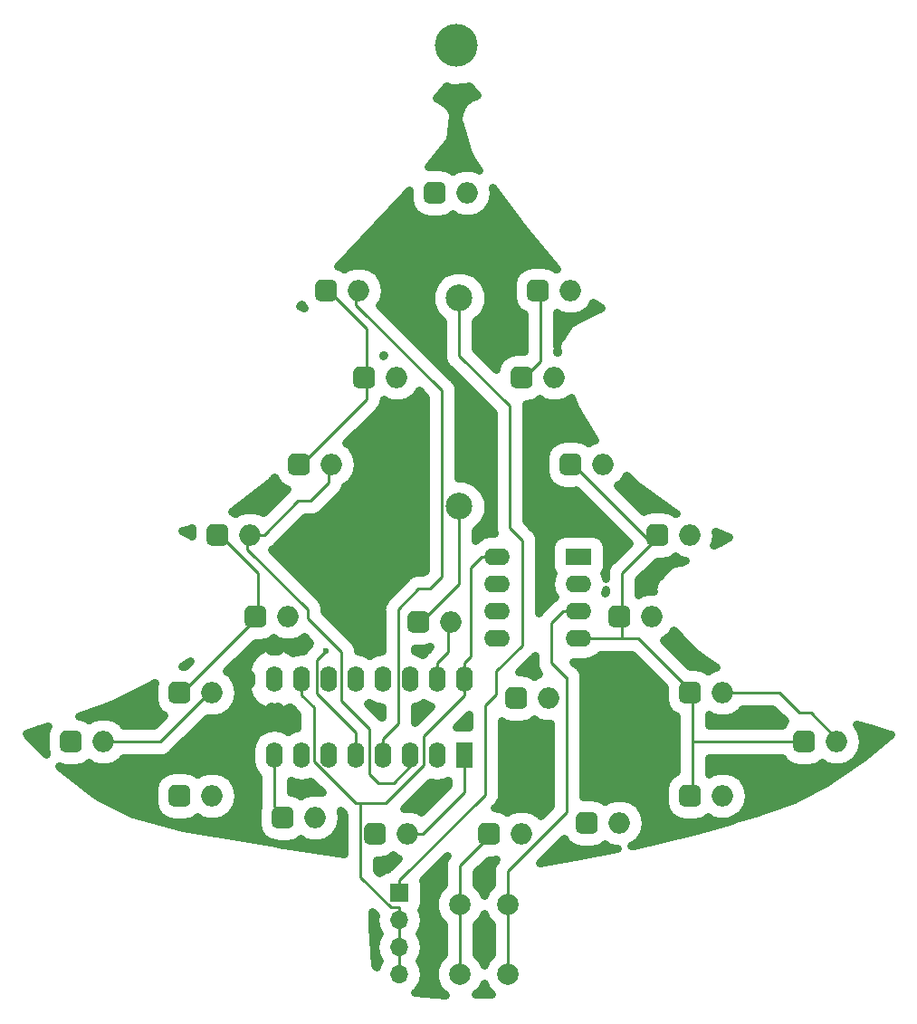
<source format=gbr>
G04 #@! TF.GenerationSoftware,KiCad,Pcbnew,(5.0.0)*
G04 #@! TF.CreationDate,2019-09-06T15:11:27-04:00*
G04 #@! TF.ProjectId,Christmas Tree,4368726973746D617320547265652E6B,rev?*
G04 #@! TF.SameCoordinates,Original*
G04 #@! TF.FileFunction,Copper,L1,Top,Signal*
G04 #@! TF.FilePolarity,Positive*
%FSLAX46Y46*%
G04 Gerber Fmt 4.6, Leading zero omitted, Abs format (unit mm)*
G04 Created by KiCad (PCBNEW (5.0.0)) date 09/06/19 15:11:27*
%MOMM*%
%LPD*%
G01*
G04 APERTURE LIST*
G04 #@! TA.AperFunction,ComponentPad*
%ADD10C,2.500000*%
G04 #@! TD*
G04 #@! TA.AperFunction,ComponentPad*
%ADD11C,2.000000*%
G04 #@! TD*
G04 #@! TA.AperFunction,ComponentPad*
%ADD12C,4.000000*%
G04 #@! TD*
G04 #@! TA.AperFunction,Conductor*
%ADD13C,0.100000*%
G04 #@! TD*
G04 #@! TA.AperFunction,ComponentPad*
%ADD14O,2.000000X2.000000*%
G04 #@! TD*
G04 #@! TA.AperFunction,ComponentPad*
%ADD15R,1.600000X2.400000*%
G04 #@! TD*
G04 #@! TA.AperFunction,ComponentPad*
%ADD16O,1.600000X2.400000*%
G04 #@! TD*
G04 #@! TA.AperFunction,ComponentPad*
%ADD17O,1.700000X1.700000*%
G04 #@! TD*
G04 #@! TA.AperFunction,ComponentPad*
%ADD18R,1.700000X1.700000*%
G04 #@! TD*
G04 #@! TA.AperFunction,ComponentPad*
%ADD19O,2.400000X1.600000*%
G04 #@! TD*
G04 #@! TA.AperFunction,ComponentPad*
%ADD20R,2.400000X1.600000*%
G04 #@! TD*
G04 #@! TA.AperFunction,ViaPad*
%ADD21C,0.600000*%
G04 #@! TD*
G04 #@! TA.AperFunction,Conductor*
%ADD22C,0.250000*%
G04 #@! TD*
G04 #@! TA.AperFunction,NonConductor*
%ADD23C,0.800000*%
G04 #@! TD*
G04 APERTURE END LIST*
D10*
G04 #@! TO.P,Battery1,1*
G04 #@! TO.N,GND*
X133096000Y-100456000D03*
G04 #@! TO.P,Battery1,2*
G04 #@! TO.N,Net-(Battery1-Pad2)*
X133096000Y-80956000D03*
G04 #@! TD*
D11*
G04 #@! TO.P,BTN1,2*
G04 #@! TO.N,GND*
X133168000Y-137668000D03*
G04 #@! TO.P,BTN1,1*
G04 #@! TO.N,Net-(BTN1-Pad1)*
X137668000Y-137668000D03*
G04 #@! TO.P,BTN1,2*
G04 #@! TO.N,GND*
X133168000Y-144168000D03*
G04 #@! TO.P,BTN1,1*
G04 #@! TO.N,Net-(BTN1-Pad1)*
X137668000Y-144168000D03*
G04 #@! TD*
D12*
G04 #@! TO.P,HOOK,31*
G04 #@! TO.N,N/C*
X132842000Y-57364000D03*
G04 #@! TD*
D13*
G04 #@! TO.N,GND*
G04 #@! TO.C,D1*
G36*
X125775009Y-130066408D02*
X125823545Y-130073607D01*
X125871142Y-130085530D01*
X125917342Y-130102060D01*
X125961698Y-130123039D01*
X126003785Y-130148265D01*
X126043197Y-130177495D01*
X126079553Y-130210447D01*
X126112505Y-130246803D01*
X126141735Y-130286215D01*
X126166961Y-130328302D01*
X126187940Y-130372658D01*
X126204470Y-130418858D01*
X126216393Y-130466455D01*
X126223592Y-130514991D01*
X126226000Y-130564000D01*
X126226000Y-131564000D01*
X126223592Y-131613009D01*
X126216393Y-131661545D01*
X126204470Y-131709142D01*
X126187940Y-131755342D01*
X126166961Y-131799698D01*
X126141735Y-131841785D01*
X126112505Y-131881197D01*
X126079553Y-131917553D01*
X126043197Y-131950505D01*
X126003785Y-131979735D01*
X125961698Y-132004961D01*
X125917342Y-132025940D01*
X125871142Y-132042470D01*
X125823545Y-132054393D01*
X125775009Y-132061592D01*
X125726000Y-132064000D01*
X124726000Y-132064000D01*
X124676991Y-132061592D01*
X124628455Y-132054393D01*
X124580858Y-132042470D01*
X124534658Y-132025940D01*
X124490302Y-132004961D01*
X124448215Y-131979735D01*
X124408803Y-131950505D01*
X124372447Y-131917553D01*
X124339495Y-131881197D01*
X124310265Y-131841785D01*
X124285039Y-131799698D01*
X124264060Y-131755342D01*
X124247530Y-131709142D01*
X124235607Y-131661545D01*
X124228408Y-131613009D01*
X124226000Y-131564000D01*
X124226000Y-130564000D01*
X124228408Y-130514991D01*
X124235607Y-130466455D01*
X124247530Y-130418858D01*
X124264060Y-130372658D01*
X124285039Y-130328302D01*
X124310265Y-130286215D01*
X124339495Y-130246803D01*
X124372447Y-130210447D01*
X124408803Y-130177495D01*
X124448215Y-130148265D01*
X124490302Y-130123039D01*
X124534658Y-130102060D01*
X124580858Y-130085530D01*
X124628455Y-130073607D01*
X124676991Y-130066408D01*
X124726000Y-130064000D01*
X125726000Y-130064000D01*
X125775009Y-130066408D01*
X125775009Y-130066408D01*
G37*
D11*
G04 #@! TD*
G04 #@! TO.P,D1,1*
G04 #@! TO.N,GND*
X125226000Y-131064000D03*
D14*
G04 #@! TO.P,D1,2*
G04 #@! TO.N,B*
X128266000Y-131064000D03*
G04 #@! TD*
G04 #@! TO.P,D2,2*
G04 #@! TO.N,B*
X119630000Y-129540000D03*
D13*
G04 #@! TD*
G04 #@! TO.N,GND*
G04 #@! TO.C,D2*
G36*
X117139009Y-128542408D02*
X117187545Y-128549607D01*
X117235142Y-128561530D01*
X117281342Y-128578060D01*
X117325698Y-128599039D01*
X117367785Y-128624265D01*
X117407197Y-128653495D01*
X117443553Y-128686447D01*
X117476505Y-128722803D01*
X117505735Y-128762215D01*
X117530961Y-128804302D01*
X117551940Y-128848658D01*
X117568470Y-128894858D01*
X117580393Y-128942455D01*
X117587592Y-128990991D01*
X117590000Y-129040000D01*
X117590000Y-130040000D01*
X117587592Y-130089009D01*
X117580393Y-130137545D01*
X117568470Y-130185142D01*
X117551940Y-130231342D01*
X117530961Y-130275698D01*
X117505735Y-130317785D01*
X117476505Y-130357197D01*
X117443553Y-130393553D01*
X117407197Y-130426505D01*
X117367785Y-130455735D01*
X117325698Y-130480961D01*
X117281342Y-130501940D01*
X117235142Y-130518470D01*
X117187545Y-130530393D01*
X117139009Y-130537592D01*
X117090000Y-130540000D01*
X116090000Y-130540000D01*
X116040991Y-130537592D01*
X115992455Y-130530393D01*
X115944858Y-130518470D01*
X115898658Y-130501940D01*
X115854302Y-130480961D01*
X115812215Y-130455735D01*
X115772803Y-130426505D01*
X115736447Y-130393553D01*
X115703495Y-130357197D01*
X115674265Y-130317785D01*
X115649039Y-130275698D01*
X115628060Y-130231342D01*
X115611530Y-130185142D01*
X115599607Y-130137545D01*
X115592408Y-130089009D01*
X115590000Y-130040000D01*
X115590000Y-129040000D01*
X115592408Y-128990991D01*
X115599607Y-128942455D01*
X115611530Y-128894858D01*
X115628060Y-128848658D01*
X115649039Y-128804302D01*
X115674265Y-128762215D01*
X115703495Y-128722803D01*
X115736447Y-128686447D01*
X115772803Y-128653495D01*
X115812215Y-128624265D01*
X115854302Y-128599039D01*
X115898658Y-128578060D01*
X115944858Y-128561530D01*
X115992455Y-128549607D01*
X116040991Y-128542408D01*
X116090000Y-128540000D01*
X117090000Y-128540000D01*
X117139009Y-128542408D01*
X117139009Y-128542408D01*
G37*
D11*
G04 #@! TO.P,D2,1*
G04 #@! TO.N,GND*
X116590000Y-129540000D03*
G04 #@! TD*
D13*
G04 #@! TO.N,GND*
G04 #@! TO.C,D3*
G36*
X107487009Y-126510408D02*
X107535545Y-126517607D01*
X107583142Y-126529530D01*
X107629342Y-126546060D01*
X107673698Y-126567039D01*
X107715785Y-126592265D01*
X107755197Y-126621495D01*
X107791553Y-126654447D01*
X107824505Y-126690803D01*
X107853735Y-126730215D01*
X107878961Y-126772302D01*
X107899940Y-126816658D01*
X107916470Y-126862858D01*
X107928393Y-126910455D01*
X107935592Y-126958991D01*
X107938000Y-127008000D01*
X107938000Y-128008000D01*
X107935592Y-128057009D01*
X107928393Y-128105545D01*
X107916470Y-128153142D01*
X107899940Y-128199342D01*
X107878961Y-128243698D01*
X107853735Y-128285785D01*
X107824505Y-128325197D01*
X107791553Y-128361553D01*
X107755197Y-128394505D01*
X107715785Y-128423735D01*
X107673698Y-128448961D01*
X107629342Y-128469940D01*
X107583142Y-128486470D01*
X107535545Y-128498393D01*
X107487009Y-128505592D01*
X107438000Y-128508000D01*
X106438000Y-128508000D01*
X106388991Y-128505592D01*
X106340455Y-128498393D01*
X106292858Y-128486470D01*
X106246658Y-128469940D01*
X106202302Y-128448961D01*
X106160215Y-128423735D01*
X106120803Y-128394505D01*
X106084447Y-128361553D01*
X106051495Y-128325197D01*
X106022265Y-128285785D01*
X105997039Y-128243698D01*
X105976060Y-128199342D01*
X105959530Y-128153142D01*
X105947607Y-128105545D01*
X105940408Y-128057009D01*
X105938000Y-128008000D01*
X105938000Y-127008000D01*
X105940408Y-126958991D01*
X105947607Y-126910455D01*
X105959530Y-126862858D01*
X105976060Y-126816658D01*
X105997039Y-126772302D01*
X106022265Y-126730215D01*
X106051495Y-126690803D01*
X106084447Y-126654447D01*
X106120803Y-126621495D01*
X106160215Y-126592265D01*
X106202302Y-126567039D01*
X106246658Y-126546060D01*
X106292858Y-126529530D01*
X106340455Y-126517607D01*
X106388991Y-126510408D01*
X106438000Y-126508000D01*
X107438000Y-126508000D01*
X107487009Y-126510408D01*
X107487009Y-126510408D01*
G37*
D11*
G04 #@! TD*
G04 #@! TO.P,D3,1*
G04 #@! TO.N,GND*
X106938000Y-127508000D03*
D14*
G04 #@! TO.P,D3,2*
G04 #@! TO.N,B*
X109978000Y-127508000D03*
G04 #@! TD*
G04 #@! TO.P,D4,2*
G04 #@! TO.N,C*
X99818000Y-122428000D03*
D13*
G04 #@! TD*
G04 #@! TO.N,GND*
G04 #@! TO.C,D4*
G36*
X97327009Y-121430408D02*
X97375545Y-121437607D01*
X97423142Y-121449530D01*
X97469342Y-121466060D01*
X97513698Y-121487039D01*
X97555785Y-121512265D01*
X97595197Y-121541495D01*
X97631553Y-121574447D01*
X97664505Y-121610803D01*
X97693735Y-121650215D01*
X97718961Y-121692302D01*
X97739940Y-121736658D01*
X97756470Y-121782858D01*
X97768393Y-121830455D01*
X97775592Y-121878991D01*
X97778000Y-121928000D01*
X97778000Y-122928000D01*
X97775592Y-122977009D01*
X97768393Y-123025545D01*
X97756470Y-123073142D01*
X97739940Y-123119342D01*
X97718961Y-123163698D01*
X97693735Y-123205785D01*
X97664505Y-123245197D01*
X97631553Y-123281553D01*
X97595197Y-123314505D01*
X97555785Y-123343735D01*
X97513698Y-123368961D01*
X97469342Y-123389940D01*
X97423142Y-123406470D01*
X97375545Y-123418393D01*
X97327009Y-123425592D01*
X97278000Y-123428000D01*
X96278000Y-123428000D01*
X96228991Y-123425592D01*
X96180455Y-123418393D01*
X96132858Y-123406470D01*
X96086658Y-123389940D01*
X96042302Y-123368961D01*
X96000215Y-123343735D01*
X95960803Y-123314505D01*
X95924447Y-123281553D01*
X95891495Y-123245197D01*
X95862265Y-123205785D01*
X95837039Y-123163698D01*
X95816060Y-123119342D01*
X95799530Y-123073142D01*
X95787607Y-123025545D01*
X95780408Y-122977009D01*
X95778000Y-122928000D01*
X95778000Y-121928000D01*
X95780408Y-121878991D01*
X95787607Y-121830455D01*
X95799530Y-121782858D01*
X95816060Y-121736658D01*
X95837039Y-121692302D01*
X95862265Y-121650215D01*
X95891495Y-121610803D01*
X95924447Y-121574447D01*
X95960803Y-121541495D01*
X96000215Y-121512265D01*
X96042302Y-121487039D01*
X96086658Y-121466060D01*
X96132858Y-121449530D01*
X96180455Y-121437607D01*
X96228991Y-121430408D01*
X96278000Y-121428000D01*
X97278000Y-121428000D01*
X97327009Y-121430408D01*
X97327009Y-121430408D01*
G37*
D11*
G04 #@! TO.P,D4,1*
G04 #@! TO.N,GND*
X96778000Y-122428000D03*
G04 #@! TD*
D13*
G04 #@! TO.N,GND*
G04 #@! TO.C,D5*
G36*
X107487009Y-116858408D02*
X107535545Y-116865607D01*
X107583142Y-116877530D01*
X107629342Y-116894060D01*
X107673698Y-116915039D01*
X107715785Y-116940265D01*
X107755197Y-116969495D01*
X107791553Y-117002447D01*
X107824505Y-117038803D01*
X107853735Y-117078215D01*
X107878961Y-117120302D01*
X107899940Y-117164658D01*
X107916470Y-117210858D01*
X107928393Y-117258455D01*
X107935592Y-117306991D01*
X107938000Y-117356000D01*
X107938000Y-118356000D01*
X107935592Y-118405009D01*
X107928393Y-118453545D01*
X107916470Y-118501142D01*
X107899940Y-118547342D01*
X107878961Y-118591698D01*
X107853735Y-118633785D01*
X107824505Y-118673197D01*
X107791553Y-118709553D01*
X107755197Y-118742505D01*
X107715785Y-118771735D01*
X107673698Y-118796961D01*
X107629342Y-118817940D01*
X107583142Y-118834470D01*
X107535545Y-118846393D01*
X107487009Y-118853592D01*
X107438000Y-118856000D01*
X106438000Y-118856000D01*
X106388991Y-118853592D01*
X106340455Y-118846393D01*
X106292858Y-118834470D01*
X106246658Y-118817940D01*
X106202302Y-118796961D01*
X106160215Y-118771735D01*
X106120803Y-118742505D01*
X106084447Y-118709553D01*
X106051495Y-118673197D01*
X106022265Y-118633785D01*
X105997039Y-118591698D01*
X105976060Y-118547342D01*
X105959530Y-118501142D01*
X105947607Y-118453545D01*
X105940408Y-118405009D01*
X105938000Y-118356000D01*
X105938000Y-117356000D01*
X105940408Y-117306991D01*
X105947607Y-117258455D01*
X105959530Y-117210858D01*
X105976060Y-117164658D01*
X105997039Y-117120302D01*
X106022265Y-117078215D01*
X106051495Y-117038803D01*
X106084447Y-117002447D01*
X106120803Y-116969495D01*
X106160215Y-116940265D01*
X106202302Y-116915039D01*
X106246658Y-116894060D01*
X106292858Y-116877530D01*
X106340455Y-116865607D01*
X106388991Y-116858408D01*
X106438000Y-116856000D01*
X107438000Y-116856000D01*
X107487009Y-116858408D01*
X107487009Y-116858408D01*
G37*
D11*
G04 #@! TD*
G04 #@! TO.P,D5,1*
G04 #@! TO.N,GND*
X106938000Y-117856000D03*
D14*
G04 #@! TO.P,D5,2*
G04 #@! TO.N,C*
X109978000Y-117856000D03*
G04 #@! TD*
G04 #@! TO.P,D6,2*
G04 #@! TO.N,C*
X117090000Y-110744000D03*
D13*
G04 #@! TD*
G04 #@! TO.N,GND*
G04 #@! TO.C,D6*
G36*
X114599009Y-109746408D02*
X114647545Y-109753607D01*
X114695142Y-109765530D01*
X114741342Y-109782060D01*
X114785698Y-109803039D01*
X114827785Y-109828265D01*
X114867197Y-109857495D01*
X114903553Y-109890447D01*
X114936505Y-109926803D01*
X114965735Y-109966215D01*
X114990961Y-110008302D01*
X115011940Y-110052658D01*
X115028470Y-110098858D01*
X115040393Y-110146455D01*
X115047592Y-110194991D01*
X115050000Y-110244000D01*
X115050000Y-111244000D01*
X115047592Y-111293009D01*
X115040393Y-111341545D01*
X115028470Y-111389142D01*
X115011940Y-111435342D01*
X114990961Y-111479698D01*
X114965735Y-111521785D01*
X114936505Y-111561197D01*
X114903553Y-111597553D01*
X114867197Y-111630505D01*
X114827785Y-111659735D01*
X114785698Y-111684961D01*
X114741342Y-111705940D01*
X114695142Y-111722470D01*
X114647545Y-111734393D01*
X114599009Y-111741592D01*
X114550000Y-111744000D01*
X113550000Y-111744000D01*
X113500991Y-111741592D01*
X113452455Y-111734393D01*
X113404858Y-111722470D01*
X113358658Y-111705940D01*
X113314302Y-111684961D01*
X113272215Y-111659735D01*
X113232803Y-111630505D01*
X113196447Y-111597553D01*
X113163495Y-111561197D01*
X113134265Y-111521785D01*
X113109039Y-111479698D01*
X113088060Y-111435342D01*
X113071530Y-111389142D01*
X113059607Y-111341545D01*
X113052408Y-111293009D01*
X113050000Y-111244000D01*
X113050000Y-110244000D01*
X113052408Y-110194991D01*
X113059607Y-110146455D01*
X113071530Y-110098858D01*
X113088060Y-110052658D01*
X113109039Y-110008302D01*
X113134265Y-109966215D01*
X113163495Y-109926803D01*
X113196447Y-109890447D01*
X113232803Y-109857495D01*
X113272215Y-109828265D01*
X113314302Y-109803039D01*
X113358658Y-109782060D01*
X113404858Y-109765530D01*
X113452455Y-109753607D01*
X113500991Y-109746408D01*
X113550000Y-109744000D01*
X114550000Y-109744000D01*
X114599009Y-109746408D01*
X114599009Y-109746408D01*
G37*
D11*
G04 #@! TO.P,D6,1*
G04 #@! TO.N,GND*
X114050000Y-110744000D03*
G04 #@! TD*
D13*
G04 #@! TO.N,GND*
G04 #@! TO.C,D7*
G36*
X111043009Y-102126408D02*
X111091545Y-102133607D01*
X111139142Y-102145530D01*
X111185342Y-102162060D01*
X111229698Y-102183039D01*
X111271785Y-102208265D01*
X111311197Y-102237495D01*
X111347553Y-102270447D01*
X111380505Y-102306803D01*
X111409735Y-102346215D01*
X111434961Y-102388302D01*
X111455940Y-102432658D01*
X111472470Y-102478858D01*
X111484393Y-102526455D01*
X111491592Y-102574991D01*
X111494000Y-102624000D01*
X111494000Y-103624000D01*
X111491592Y-103673009D01*
X111484393Y-103721545D01*
X111472470Y-103769142D01*
X111455940Y-103815342D01*
X111434961Y-103859698D01*
X111409735Y-103901785D01*
X111380505Y-103941197D01*
X111347553Y-103977553D01*
X111311197Y-104010505D01*
X111271785Y-104039735D01*
X111229698Y-104064961D01*
X111185342Y-104085940D01*
X111139142Y-104102470D01*
X111091545Y-104114393D01*
X111043009Y-104121592D01*
X110994000Y-104124000D01*
X109994000Y-104124000D01*
X109944991Y-104121592D01*
X109896455Y-104114393D01*
X109848858Y-104102470D01*
X109802658Y-104085940D01*
X109758302Y-104064961D01*
X109716215Y-104039735D01*
X109676803Y-104010505D01*
X109640447Y-103977553D01*
X109607495Y-103941197D01*
X109578265Y-103901785D01*
X109553039Y-103859698D01*
X109532060Y-103815342D01*
X109515530Y-103769142D01*
X109503607Y-103721545D01*
X109496408Y-103673009D01*
X109494000Y-103624000D01*
X109494000Y-102624000D01*
X109496408Y-102574991D01*
X109503607Y-102526455D01*
X109515530Y-102478858D01*
X109532060Y-102432658D01*
X109553039Y-102388302D01*
X109578265Y-102346215D01*
X109607495Y-102306803D01*
X109640447Y-102270447D01*
X109676803Y-102237495D01*
X109716215Y-102208265D01*
X109758302Y-102183039D01*
X109802658Y-102162060D01*
X109848858Y-102145530D01*
X109896455Y-102133607D01*
X109944991Y-102126408D01*
X109994000Y-102124000D01*
X110994000Y-102124000D01*
X111043009Y-102126408D01*
X111043009Y-102126408D01*
G37*
D11*
G04 #@! TD*
G04 #@! TO.P,D7,1*
G04 #@! TO.N,GND*
X110494000Y-103124000D03*
D14*
G04 #@! TO.P,D7,2*
G04 #@! TO.N,D*
X113534000Y-103124000D03*
G04 #@! TD*
G04 #@! TO.P,D8,2*
G04 #@! TO.N,D*
X121154000Y-96520000D03*
D13*
G04 #@! TD*
G04 #@! TO.N,GND*
G04 #@! TO.C,D8*
G36*
X118663009Y-95522408D02*
X118711545Y-95529607D01*
X118759142Y-95541530D01*
X118805342Y-95558060D01*
X118849698Y-95579039D01*
X118891785Y-95604265D01*
X118931197Y-95633495D01*
X118967553Y-95666447D01*
X119000505Y-95702803D01*
X119029735Y-95742215D01*
X119054961Y-95784302D01*
X119075940Y-95828658D01*
X119092470Y-95874858D01*
X119104393Y-95922455D01*
X119111592Y-95970991D01*
X119114000Y-96020000D01*
X119114000Y-97020000D01*
X119111592Y-97069009D01*
X119104393Y-97117545D01*
X119092470Y-97165142D01*
X119075940Y-97211342D01*
X119054961Y-97255698D01*
X119029735Y-97297785D01*
X119000505Y-97337197D01*
X118967553Y-97373553D01*
X118931197Y-97406505D01*
X118891785Y-97435735D01*
X118849698Y-97460961D01*
X118805342Y-97481940D01*
X118759142Y-97498470D01*
X118711545Y-97510393D01*
X118663009Y-97517592D01*
X118614000Y-97520000D01*
X117614000Y-97520000D01*
X117564991Y-97517592D01*
X117516455Y-97510393D01*
X117468858Y-97498470D01*
X117422658Y-97481940D01*
X117378302Y-97460961D01*
X117336215Y-97435735D01*
X117296803Y-97406505D01*
X117260447Y-97373553D01*
X117227495Y-97337197D01*
X117198265Y-97297785D01*
X117173039Y-97255698D01*
X117152060Y-97211342D01*
X117135530Y-97165142D01*
X117123607Y-97117545D01*
X117116408Y-97069009D01*
X117114000Y-97020000D01*
X117114000Y-96020000D01*
X117116408Y-95970991D01*
X117123607Y-95922455D01*
X117135530Y-95874858D01*
X117152060Y-95828658D01*
X117173039Y-95784302D01*
X117198265Y-95742215D01*
X117227495Y-95702803D01*
X117260447Y-95666447D01*
X117296803Y-95633495D01*
X117336215Y-95604265D01*
X117378302Y-95579039D01*
X117422658Y-95558060D01*
X117468858Y-95541530D01*
X117516455Y-95529607D01*
X117564991Y-95522408D01*
X117614000Y-95520000D01*
X118614000Y-95520000D01*
X118663009Y-95522408D01*
X118663009Y-95522408D01*
G37*
D11*
G04 #@! TO.P,D8,1*
G04 #@! TO.N,GND*
X118114000Y-96520000D03*
G04 #@! TD*
D13*
G04 #@! TO.N,GND*
G04 #@! TO.C,D9*
G36*
X124759009Y-87394408D02*
X124807545Y-87401607D01*
X124855142Y-87413530D01*
X124901342Y-87430060D01*
X124945698Y-87451039D01*
X124987785Y-87476265D01*
X125027197Y-87505495D01*
X125063553Y-87538447D01*
X125096505Y-87574803D01*
X125125735Y-87614215D01*
X125150961Y-87656302D01*
X125171940Y-87700658D01*
X125188470Y-87746858D01*
X125200393Y-87794455D01*
X125207592Y-87842991D01*
X125210000Y-87892000D01*
X125210000Y-88892000D01*
X125207592Y-88941009D01*
X125200393Y-88989545D01*
X125188470Y-89037142D01*
X125171940Y-89083342D01*
X125150961Y-89127698D01*
X125125735Y-89169785D01*
X125096505Y-89209197D01*
X125063553Y-89245553D01*
X125027197Y-89278505D01*
X124987785Y-89307735D01*
X124945698Y-89332961D01*
X124901342Y-89353940D01*
X124855142Y-89370470D01*
X124807545Y-89382393D01*
X124759009Y-89389592D01*
X124710000Y-89392000D01*
X123710000Y-89392000D01*
X123660991Y-89389592D01*
X123612455Y-89382393D01*
X123564858Y-89370470D01*
X123518658Y-89353940D01*
X123474302Y-89332961D01*
X123432215Y-89307735D01*
X123392803Y-89278505D01*
X123356447Y-89245553D01*
X123323495Y-89209197D01*
X123294265Y-89169785D01*
X123269039Y-89127698D01*
X123248060Y-89083342D01*
X123231530Y-89037142D01*
X123219607Y-88989545D01*
X123212408Y-88941009D01*
X123210000Y-88892000D01*
X123210000Y-87892000D01*
X123212408Y-87842991D01*
X123219607Y-87794455D01*
X123231530Y-87746858D01*
X123248060Y-87700658D01*
X123269039Y-87656302D01*
X123294265Y-87614215D01*
X123323495Y-87574803D01*
X123356447Y-87538447D01*
X123392803Y-87505495D01*
X123432215Y-87476265D01*
X123474302Y-87451039D01*
X123518658Y-87430060D01*
X123564858Y-87413530D01*
X123612455Y-87401607D01*
X123660991Y-87394408D01*
X123710000Y-87392000D01*
X124710000Y-87392000D01*
X124759009Y-87394408D01*
X124759009Y-87394408D01*
G37*
D11*
G04 #@! TD*
G04 #@! TO.P,D9,1*
G04 #@! TO.N,GND*
X124210000Y-88392000D03*
D14*
G04 #@! TO.P,D9,2*
G04 #@! TO.N,D*
X127250000Y-88392000D03*
G04 #@! TD*
D13*
G04 #@! TO.N,GND*
G04 #@! TO.C,D10*
G36*
X121203009Y-79266408D02*
X121251545Y-79273607D01*
X121299142Y-79285530D01*
X121345342Y-79302060D01*
X121389698Y-79323039D01*
X121431785Y-79348265D01*
X121471197Y-79377495D01*
X121507553Y-79410447D01*
X121540505Y-79446803D01*
X121569735Y-79486215D01*
X121594961Y-79528302D01*
X121615940Y-79572658D01*
X121632470Y-79618858D01*
X121644393Y-79666455D01*
X121651592Y-79714991D01*
X121654000Y-79764000D01*
X121654000Y-80764000D01*
X121651592Y-80813009D01*
X121644393Y-80861545D01*
X121632470Y-80909142D01*
X121615940Y-80955342D01*
X121594961Y-80999698D01*
X121569735Y-81041785D01*
X121540505Y-81081197D01*
X121507553Y-81117553D01*
X121471197Y-81150505D01*
X121431785Y-81179735D01*
X121389698Y-81204961D01*
X121345342Y-81225940D01*
X121299142Y-81242470D01*
X121251545Y-81254393D01*
X121203009Y-81261592D01*
X121154000Y-81264000D01*
X120154000Y-81264000D01*
X120104991Y-81261592D01*
X120056455Y-81254393D01*
X120008858Y-81242470D01*
X119962658Y-81225940D01*
X119918302Y-81204961D01*
X119876215Y-81179735D01*
X119836803Y-81150505D01*
X119800447Y-81117553D01*
X119767495Y-81081197D01*
X119738265Y-81041785D01*
X119713039Y-80999698D01*
X119692060Y-80955342D01*
X119675530Y-80909142D01*
X119663607Y-80861545D01*
X119656408Y-80813009D01*
X119654000Y-80764000D01*
X119654000Y-79764000D01*
X119656408Y-79714991D01*
X119663607Y-79666455D01*
X119675530Y-79618858D01*
X119692060Y-79572658D01*
X119713039Y-79528302D01*
X119738265Y-79486215D01*
X119767495Y-79446803D01*
X119800447Y-79410447D01*
X119836803Y-79377495D01*
X119876215Y-79348265D01*
X119918302Y-79323039D01*
X119962658Y-79302060D01*
X120008858Y-79285530D01*
X120056455Y-79273607D01*
X120104991Y-79266408D01*
X120154000Y-79264000D01*
X121154000Y-79264000D01*
X121203009Y-79266408D01*
X121203009Y-79266408D01*
G37*
D11*
G04 #@! TD*
G04 #@! TO.P,D10,1*
G04 #@! TO.N,GND*
X120654000Y-80264000D03*
D14*
G04 #@! TO.P,D10,2*
G04 #@! TO.N,E*
X123694000Y-80264000D03*
G04 #@! TD*
G04 #@! TO.P,D11,2*
G04 #@! TO.N,E*
X133854000Y-71120000D03*
D13*
G04 #@! TD*
G04 #@! TO.N,GND*
G04 #@! TO.C,D11*
G36*
X131363009Y-70122408D02*
X131411545Y-70129607D01*
X131459142Y-70141530D01*
X131505342Y-70158060D01*
X131549698Y-70179039D01*
X131591785Y-70204265D01*
X131631197Y-70233495D01*
X131667553Y-70266447D01*
X131700505Y-70302803D01*
X131729735Y-70342215D01*
X131754961Y-70384302D01*
X131775940Y-70428658D01*
X131792470Y-70474858D01*
X131804393Y-70522455D01*
X131811592Y-70570991D01*
X131814000Y-70620000D01*
X131814000Y-71620000D01*
X131811592Y-71669009D01*
X131804393Y-71717545D01*
X131792470Y-71765142D01*
X131775940Y-71811342D01*
X131754961Y-71855698D01*
X131729735Y-71897785D01*
X131700505Y-71937197D01*
X131667553Y-71973553D01*
X131631197Y-72006505D01*
X131591785Y-72035735D01*
X131549698Y-72060961D01*
X131505342Y-72081940D01*
X131459142Y-72098470D01*
X131411545Y-72110393D01*
X131363009Y-72117592D01*
X131314000Y-72120000D01*
X130314000Y-72120000D01*
X130264991Y-72117592D01*
X130216455Y-72110393D01*
X130168858Y-72098470D01*
X130122658Y-72081940D01*
X130078302Y-72060961D01*
X130036215Y-72035735D01*
X129996803Y-72006505D01*
X129960447Y-71973553D01*
X129927495Y-71937197D01*
X129898265Y-71897785D01*
X129873039Y-71855698D01*
X129852060Y-71811342D01*
X129835530Y-71765142D01*
X129823607Y-71717545D01*
X129816408Y-71669009D01*
X129814000Y-71620000D01*
X129814000Y-70620000D01*
X129816408Y-70570991D01*
X129823607Y-70522455D01*
X129835530Y-70474858D01*
X129852060Y-70428658D01*
X129873039Y-70384302D01*
X129898265Y-70342215D01*
X129927495Y-70302803D01*
X129960447Y-70266447D01*
X129996803Y-70233495D01*
X130036215Y-70204265D01*
X130078302Y-70179039D01*
X130122658Y-70158060D01*
X130168858Y-70141530D01*
X130216455Y-70129607D01*
X130264991Y-70122408D01*
X130314000Y-70120000D01*
X131314000Y-70120000D01*
X131363009Y-70122408D01*
X131363009Y-70122408D01*
G37*
D11*
G04 #@! TO.P,D11,1*
G04 #@! TO.N,GND*
X130814000Y-71120000D03*
G04 #@! TD*
D13*
G04 #@! TO.N,GND*
G04 #@! TO.C,D12*
G36*
X141015009Y-79266408D02*
X141063545Y-79273607D01*
X141111142Y-79285530D01*
X141157342Y-79302060D01*
X141201698Y-79323039D01*
X141243785Y-79348265D01*
X141283197Y-79377495D01*
X141319553Y-79410447D01*
X141352505Y-79446803D01*
X141381735Y-79486215D01*
X141406961Y-79528302D01*
X141427940Y-79572658D01*
X141444470Y-79618858D01*
X141456393Y-79666455D01*
X141463592Y-79714991D01*
X141466000Y-79764000D01*
X141466000Y-80764000D01*
X141463592Y-80813009D01*
X141456393Y-80861545D01*
X141444470Y-80909142D01*
X141427940Y-80955342D01*
X141406961Y-80999698D01*
X141381735Y-81041785D01*
X141352505Y-81081197D01*
X141319553Y-81117553D01*
X141283197Y-81150505D01*
X141243785Y-81179735D01*
X141201698Y-81204961D01*
X141157342Y-81225940D01*
X141111142Y-81242470D01*
X141063545Y-81254393D01*
X141015009Y-81261592D01*
X140966000Y-81264000D01*
X139966000Y-81264000D01*
X139916991Y-81261592D01*
X139868455Y-81254393D01*
X139820858Y-81242470D01*
X139774658Y-81225940D01*
X139730302Y-81204961D01*
X139688215Y-81179735D01*
X139648803Y-81150505D01*
X139612447Y-81117553D01*
X139579495Y-81081197D01*
X139550265Y-81041785D01*
X139525039Y-80999698D01*
X139504060Y-80955342D01*
X139487530Y-80909142D01*
X139475607Y-80861545D01*
X139468408Y-80813009D01*
X139466000Y-80764000D01*
X139466000Y-79764000D01*
X139468408Y-79714991D01*
X139475607Y-79666455D01*
X139487530Y-79618858D01*
X139504060Y-79572658D01*
X139525039Y-79528302D01*
X139550265Y-79486215D01*
X139579495Y-79446803D01*
X139612447Y-79410447D01*
X139648803Y-79377495D01*
X139688215Y-79348265D01*
X139730302Y-79323039D01*
X139774658Y-79302060D01*
X139820858Y-79285530D01*
X139868455Y-79273607D01*
X139916991Y-79266408D01*
X139966000Y-79264000D01*
X140966000Y-79264000D01*
X141015009Y-79266408D01*
X141015009Y-79266408D01*
G37*
D11*
G04 #@! TD*
G04 #@! TO.P,D12,1*
G04 #@! TO.N,GND*
X140466000Y-80264000D03*
D14*
G04 #@! TO.P,D12,2*
G04 #@! TO.N,E*
X143506000Y-80264000D03*
G04 #@! TD*
G04 #@! TO.P,D13,2*
G04 #@! TO.N,F*
X141982000Y-88392000D03*
D13*
G04 #@! TD*
G04 #@! TO.N,GND*
G04 #@! TO.C,D13*
G36*
X139491009Y-87394408D02*
X139539545Y-87401607D01*
X139587142Y-87413530D01*
X139633342Y-87430060D01*
X139677698Y-87451039D01*
X139719785Y-87476265D01*
X139759197Y-87505495D01*
X139795553Y-87538447D01*
X139828505Y-87574803D01*
X139857735Y-87614215D01*
X139882961Y-87656302D01*
X139903940Y-87700658D01*
X139920470Y-87746858D01*
X139932393Y-87794455D01*
X139939592Y-87842991D01*
X139942000Y-87892000D01*
X139942000Y-88892000D01*
X139939592Y-88941009D01*
X139932393Y-88989545D01*
X139920470Y-89037142D01*
X139903940Y-89083342D01*
X139882961Y-89127698D01*
X139857735Y-89169785D01*
X139828505Y-89209197D01*
X139795553Y-89245553D01*
X139759197Y-89278505D01*
X139719785Y-89307735D01*
X139677698Y-89332961D01*
X139633342Y-89353940D01*
X139587142Y-89370470D01*
X139539545Y-89382393D01*
X139491009Y-89389592D01*
X139442000Y-89392000D01*
X138442000Y-89392000D01*
X138392991Y-89389592D01*
X138344455Y-89382393D01*
X138296858Y-89370470D01*
X138250658Y-89353940D01*
X138206302Y-89332961D01*
X138164215Y-89307735D01*
X138124803Y-89278505D01*
X138088447Y-89245553D01*
X138055495Y-89209197D01*
X138026265Y-89169785D01*
X138001039Y-89127698D01*
X137980060Y-89083342D01*
X137963530Y-89037142D01*
X137951607Y-88989545D01*
X137944408Y-88941009D01*
X137942000Y-88892000D01*
X137942000Y-87892000D01*
X137944408Y-87842991D01*
X137951607Y-87794455D01*
X137963530Y-87746858D01*
X137980060Y-87700658D01*
X138001039Y-87656302D01*
X138026265Y-87614215D01*
X138055495Y-87574803D01*
X138088447Y-87538447D01*
X138124803Y-87505495D01*
X138164215Y-87476265D01*
X138206302Y-87451039D01*
X138250658Y-87430060D01*
X138296858Y-87413530D01*
X138344455Y-87401607D01*
X138392991Y-87394408D01*
X138442000Y-87392000D01*
X139442000Y-87392000D01*
X139491009Y-87394408D01*
X139491009Y-87394408D01*
G37*
D11*
G04 #@! TO.P,D13,1*
G04 #@! TO.N,GND*
X138942000Y-88392000D03*
G04 #@! TD*
D13*
G04 #@! TO.N,GND*
G04 #@! TO.C,D14*
G36*
X144063009Y-95522408D02*
X144111545Y-95529607D01*
X144159142Y-95541530D01*
X144205342Y-95558060D01*
X144249698Y-95579039D01*
X144291785Y-95604265D01*
X144331197Y-95633495D01*
X144367553Y-95666447D01*
X144400505Y-95702803D01*
X144429735Y-95742215D01*
X144454961Y-95784302D01*
X144475940Y-95828658D01*
X144492470Y-95874858D01*
X144504393Y-95922455D01*
X144511592Y-95970991D01*
X144514000Y-96020000D01*
X144514000Y-97020000D01*
X144511592Y-97069009D01*
X144504393Y-97117545D01*
X144492470Y-97165142D01*
X144475940Y-97211342D01*
X144454961Y-97255698D01*
X144429735Y-97297785D01*
X144400505Y-97337197D01*
X144367553Y-97373553D01*
X144331197Y-97406505D01*
X144291785Y-97435735D01*
X144249698Y-97460961D01*
X144205342Y-97481940D01*
X144159142Y-97498470D01*
X144111545Y-97510393D01*
X144063009Y-97517592D01*
X144014000Y-97520000D01*
X143014000Y-97520000D01*
X142964991Y-97517592D01*
X142916455Y-97510393D01*
X142868858Y-97498470D01*
X142822658Y-97481940D01*
X142778302Y-97460961D01*
X142736215Y-97435735D01*
X142696803Y-97406505D01*
X142660447Y-97373553D01*
X142627495Y-97337197D01*
X142598265Y-97297785D01*
X142573039Y-97255698D01*
X142552060Y-97211342D01*
X142535530Y-97165142D01*
X142523607Y-97117545D01*
X142516408Y-97069009D01*
X142514000Y-97020000D01*
X142514000Y-96020000D01*
X142516408Y-95970991D01*
X142523607Y-95922455D01*
X142535530Y-95874858D01*
X142552060Y-95828658D01*
X142573039Y-95784302D01*
X142598265Y-95742215D01*
X142627495Y-95702803D01*
X142660447Y-95666447D01*
X142696803Y-95633495D01*
X142736215Y-95604265D01*
X142778302Y-95579039D01*
X142822658Y-95558060D01*
X142868858Y-95541530D01*
X142916455Y-95529607D01*
X142964991Y-95522408D01*
X143014000Y-95520000D01*
X144014000Y-95520000D01*
X144063009Y-95522408D01*
X144063009Y-95522408D01*
G37*
D11*
G04 #@! TD*
G04 #@! TO.P,D14,1*
G04 #@! TO.N,GND*
X143514000Y-96520000D03*
D14*
G04 #@! TO.P,D14,2*
G04 #@! TO.N,F*
X146554000Y-96520000D03*
G04 #@! TD*
G04 #@! TO.P,D15,2*
G04 #@! TO.N,F*
X154682000Y-103124000D03*
D13*
G04 #@! TD*
G04 #@! TO.N,GND*
G04 #@! TO.C,D15*
G36*
X152191009Y-102126408D02*
X152239545Y-102133607D01*
X152287142Y-102145530D01*
X152333342Y-102162060D01*
X152377698Y-102183039D01*
X152419785Y-102208265D01*
X152459197Y-102237495D01*
X152495553Y-102270447D01*
X152528505Y-102306803D01*
X152557735Y-102346215D01*
X152582961Y-102388302D01*
X152603940Y-102432658D01*
X152620470Y-102478858D01*
X152632393Y-102526455D01*
X152639592Y-102574991D01*
X152642000Y-102624000D01*
X152642000Y-103624000D01*
X152639592Y-103673009D01*
X152632393Y-103721545D01*
X152620470Y-103769142D01*
X152603940Y-103815342D01*
X152582961Y-103859698D01*
X152557735Y-103901785D01*
X152528505Y-103941197D01*
X152495553Y-103977553D01*
X152459197Y-104010505D01*
X152419785Y-104039735D01*
X152377698Y-104064961D01*
X152333342Y-104085940D01*
X152287142Y-104102470D01*
X152239545Y-104114393D01*
X152191009Y-104121592D01*
X152142000Y-104124000D01*
X151142000Y-104124000D01*
X151092991Y-104121592D01*
X151044455Y-104114393D01*
X150996858Y-104102470D01*
X150950658Y-104085940D01*
X150906302Y-104064961D01*
X150864215Y-104039735D01*
X150824803Y-104010505D01*
X150788447Y-103977553D01*
X150755495Y-103941197D01*
X150726265Y-103901785D01*
X150701039Y-103859698D01*
X150680060Y-103815342D01*
X150663530Y-103769142D01*
X150651607Y-103721545D01*
X150644408Y-103673009D01*
X150642000Y-103624000D01*
X150642000Y-102624000D01*
X150644408Y-102574991D01*
X150651607Y-102526455D01*
X150663530Y-102478858D01*
X150680060Y-102432658D01*
X150701039Y-102388302D01*
X150726265Y-102346215D01*
X150755495Y-102306803D01*
X150788447Y-102270447D01*
X150824803Y-102237495D01*
X150864215Y-102208265D01*
X150906302Y-102183039D01*
X150950658Y-102162060D01*
X150996858Y-102145530D01*
X151044455Y-102133607D01*
X151092991Y-102126408D01*
X151142000Y-102124000D01*
X152142000Y-102124000D01*
X152191009Y-102126408D01*
X152191009Y-102126408D01*
G37*
D11*
G04 #@! TO.P,D15,1*
G04 #@! TO.N,GND*
X151642000Y-103124000D03*
G04 #@! TD*
D13*
G04 #@! TO.N,GND*
G04 #@! TO.C,D16*
G36*
X148635009Y-109746408D02*
X148683545Y-109753607D01*
X148731142Y-109765530D01*
X148777342Y-109782060D01*
X148821698Y-109803039D01*
X148863785Y-109828265D01*
X148903197Y-109857495D01*
X148939553Y-109890447D01*
X148972505Y-109926803D01*
X149001735Y-109966215D01*
X149026961Y-110008302D01*
X149047940Y-110052658D01*
X149064470Y-110098858D01*
X149076393Y-110146455D01*
X149083592Y-110194991D01*
X149086000Y-110244000D01*
X149086000Y-111244000D01*
X149083592Y-111293009D01*
X149076393Y-111341545D01*
X149064470Y-111389142D01*
X149047940Y-111435342D01*
X149026961Y-111479698D01*
X149001735Y-111521785D01*
X148972505Y-111561197D01*
X148939553Y-111597553D01*
X148903197Y-111630505D01*
X148863785Y-111659735D01*
X148821698Y-111684961D01*
X148777342Y-111705940D01*
X148731142Y-111722470D01*
X148683545Y-111734393D01*
X148635009Y-111741592D01*
X148586000Y-111744000D01*
X147586000Y-111744000D01*
X147536991Y-111741592D01*
X147488455Y-111734393D01*
X147440858Y-111722470D01*
X147394658Y-111705940D01*
X147350302Y-111684961D01*
X147308215Y-111659735D01*
X147268803Y-111630505D01*
X147232447Y-111597553D01*
X147199495Y-111561197D01*
X147170265Y-111521785D01*
X147145039Y-111479698D01*
X147124060Y-111435342D01*
X147107530Y-111389142D01*
X147095607Y-111341545D01*
X147088408Y-111293009D01*
X147086000Y-111244000D01*
X147086000Y-110244000D01*
X147088408Y-110194991D01*
X147095607Y-110146455D01*
X147107530Y-110098858D01*
X147124060Y-110052658D01*
X147145039Y-110008302D01*
X147170265Y-109966215D01*
X147199495Y-109926803D01*
X147232447Y-109890447D01*
X147268803Y-109857495D01*
X147308215Y-109828265D01*
X147350302Y-109803039D01*
X147394658Y-109782060D01*
X147440858Y-109765530D01*
X147488455Y-109753607D01*
X147536991Y-109746408D01*
X147586000Y-109744000D01*
X148586000Y-109744000D01*
X148635009Y-109746408D01*
X148635009Y-109746408D01*
G37*
D11*
G04 #@! TD*
G04 #@! TO.P,D16,1*
G04 #@! TO.N,GND*
X148086000Y-110744000D03*
D14*
G04 #@! TO.P,D16,2*
G04 #@! TO.N,G*
X151126000Y-110744000D03*
G04 #@! TD*
G04 #@! TO.P,D17,2*
G04 #@! TO.N,G*
X157730000Y-117856000D03*
D13*
G04 #@! TD*
G04 #@! TO.N,GND*
G04 #@! TO.C,D17*
G36*
X155239009Y-116858408D02*
X155287545Y-116865607D01*
X155335142Y-116877530D01*
X155381342Y-116894060D01*
X155425698Y-116915039D01*
X155467785Y-116940265D01*
X155507197Y-116969495D01*
X155543553Y-117002447D01*
X155576505Y-117038803D01*
X155605735Y-117078215D01*
X155630961Y-117120302D01*
X155651940Y-117164658D01*
X155668470Y-117210858D01*
X155680393Y-117258455D01*
X155687592Y-117306991D01*
X155690000Y-117356000D01*
X155690000Y-118356000D01*
X155687592Y-118405009D01*
X155680393Y-118453545D01*
X155668470Y-118501142D01*
X155651940Y-118547342D01*
X155630961Y-118591698D01*
X155605735Y-118633785D01*
X155576505Y-118673197D01*
X155543553Y-118709553D01*
X155507197Y-118742505D01*
X155467785Y-118771735D01*
X155425698Y-118796961D01*
X155381342Y-118817940D01*
X155335142Y-118834470D01*
X155287545Y-118846393D01*
X155239009Y-118853592D01*
X155190000Y-118856000D01*
X154190000Y-118856000D01*
X154140991Y-118853592D01*
X154092455Y-118846393D01*
X154044858Y-118834470D01*
X153998658Y-118817940D01*
X153954302Y-118796961D01*
X153912215Y-118771735D01*
X153872803Y-118742505D01*
X153836447Y-118709553D01*
X153803495Y-118673197D01*
X153774265Y-118633785D01*
X153749039Y-118591698D01*
X153728060Y-118547342D01*
X153711530Y-118501142D01*
X153699607Y-118453545D01*
X153692408Y-118405009D01*
X153690000Y-118356000D01*
X153690000Y-117356000D01*
X153692408Y-117306991D01*
X153699607Y-117258455D01*
X153711530Y-117210858D01*
X153728060Y-117164658D01*
X153749039Y-117120302D01*
X153774265Y-117078215D01*
X153803495Y-117038803D01*
X153836447Y-117002447D01*
X153872803Y-116969495D01*
X153912215Y-116940265D01*
X153954302Y-116915039D01*
X153998658Y-116894060D01*
X154044858Y-116877530D01*
X154092455Y-116865607D01*
X154140991Y-116858408D01*
X154190000Y-116856000D01*
X155190000Y-116856000D01*
X155239009Y-116858408D01*
X155239009Y-116858408D01*
G37*
D11*
G04 #@! TO.P,D17,1*
G04 #@! TO.N,GND*
X154690000Y-117856000D03*
G04 #@! TD*
D13*
G04 #@! TO.N,GND*
G04 #@! TO.C,D18*
G36*
X165907009Y-121430408D02*
X165955545Y-121437607D01*
X166003142Y-121449530D01*
X166049342Y-121466060D01*
X166093698Y-121487039D01*
X166135785Y-121512265D01*
X166175197Y-121541495D01*
X166211553Y-121574447D01*
X166244505Y-121610803D01*
X166273735Y-121650215D01*
X166298961Y-121692302D01*
X166319940Y-121736658D01*
X166336470Y-121782858D01*
X166348393Y-121830455D01*
X166355592Y-121878991D01*
X166358000Y-121928000D01*
X166358000Y-122928000D01*
X166355592Y-122977009D01*
X166348393Y-123025545D01*
X166336470Y-123073142D01*
X166319940Y-123119342D01*
X166298961Y-123163698D01*
X166273735Y-123205785D01*
X166244505Y-123245197D01*
X166211553Y-123281553D01*
X166175197Y-123314505D01*
X166135785Y-123343735D01*
X166093698Y-123368961D01*
X166049342Y-123389940D01*
X166003142Y-123406470D01*
X165955545Y-123418393D01*
X165907009Y-123425592D01*
X165858000Y-123428000D01*
X164858000Y-123428000D01*
X164808991Y-123425592D01*
X164760455Y-123418393D01*
X164712858Y-123406470D01*
X164666658Y-123389940D01*
X164622302Y-123368961D01*
X164580215Y-123343735D01*
X164540803Y-123314505D01*
X164504447Y-123281553D01*
X164471495Y-123245197D01*
X164442265Y-123205785D01*
X164417039Y-123163698D01*
X164396060Y-123119342D01*
X164379530Y-123073142D01*
X164367607Y-123025545D01*
X164360408Y-122977009D01*
X164358000Y-122928000D01*
X164358000Y-121928000D01*
X164360408Y-121878991D01*
X164367607Y-121830455D01*
X164379530Y-121782858D01*
X164396060Y-121736658D01*
X164417039Y-121692302D01*
X164442265Y-121650215D01*
X164471495Y-121610803D01*
X164504447Y-121574447D01*
X164540803Y-121541495D01*
X164580215Y-121512265D01*
X164622302Y-121487039D01*
X164666658Y-121466060D01*
X164712858Y-121449530D01*
X164760455Y-121437607D01*
X164808991Y-121430408D01*
X164858000Y-121428000D01*
X165858000Y-121428000D01*
X165907009Y-121430408D01*
X165907009Y-121430408D01*
G37*
D11*
G04 #@! TD*
G04 #@! TO.P,D18,1*
G04 #@! TO.N,GND*
X165358000Y-122428000D03*
D14*
G04 #@! TO.P,D18,2*
G04 #@! TO.N,G*
X168398000Y-122428000D03*
G04 #@! TD*
G04 #@! TO.P,D19,2*
G04 #@! TO.N,H*
X157730000Y-127508000D03*
D13*
G04 #@! TD*
G04 #@! TO.N,GND*
G04 #@! TO.C,D19*
G36*
X155239009Y-126510408D02*
X155287545Y-126517607D01*
X155335142Y-126529530D01*
X155381342Y-126546060D01*
X155425698Y-126567039D01*
X155467785Y-126592265D01*
X155507197Y-126621495D01*
X155543553Y-126654447D01*
X155576505Y-126690803D01*
X155605735Y-126730215D01*
X155630961Y-126772302D01*
X155651940Y-126816658D01*
X155668470Y-126862858D01*
X155680393Y-126910455D01*
X155687592Y-126958991D01*
X155690000Y-127008000D01*
X155690000Y-128008000D01*
X155687592Y-128057009D01*
X155680393Y-128105545D01*
X155668470Y-128153142D01*
X155651940Y-128199342D01*
X155630961Y-128243698D01*
X155605735Y-128285785D01*
X155576505Y-128325197D01*
X155543553Y-128361553D01*
X155507197Y-128394505D01*
X155467785Y-128423735D01*
X155425698Y-128448961D01*
X155381342Y-128469940D01*
X155335142Y-128486470D01*
X155287545Y-128498393D01*
X155239009Y-128505592D01*
X155190000Y-128508000D01*
X154190000Y-128508000D01*
X154140991Y-128505592D01*
X154092455Y-128498393D01*
X154044858Y-128486470D01*
X153998658Y-128469940D01*
X153954302Y-128448961D01*
X153912215Y-128423735D01*
X153872803Y-128394505D01*
X153836447Y-128361553D01*
X153803495Y-128325197D01*
X153774265Y-128285785D01*
X153749039Y-128243698D01*
X153728060Y-128199342D01*
X153711530Y-128153142D01*
X153699607Y-128105545D01*
X153692408Y-128057009D01*
X153690000Y-128008000D01*
X153690000Y-127008000D01*
X153692408Y-126958991D01*
X153699607Y-126910455D01*
X153711530Y-126862858D01*
X153728060Y-126816658D01*
X153749039Y-126772302D01*
X153774265Y-126730215D01*
X153803495Y-126690803D01*
X153836447Y-126654447D01*
X153872803Y-126621495D01*
X153912215Y-126592265D01*
X153954302Y-126567039D01*
X153998658Y-126546060D01*
X154044858Y-126529530D01*
X154092455Y-126517607D01*
X154140991Y-126510408D01*
X154190000Y-126508000D01*
X155190000Y-126508000D01*
X155239009Y-126510408D01*
X155239009Y-126510408D01*
G37*
D11*
G04 #@! TO.P,D19,1*
G04 #@! TO.N,GND*
X154690000Y-127508000D03*
G04 #@! TD*
D13*
G04 #@! TO.N,GND*
G04 #@! TO.C,D20*
G36*
X145587009Y-129050408D02*
X145635545Y-129057607D01*
X145683142Y-129069530D01*
X145729342Y-129086060D01*
X145773698Y-129107039D01*
X145815785Y-129132265D01*
X145855197Y-129161495D01*
X145891553Y-129194447D01*
X145924505Y-129230803D01*
X145953735Y-129270215D01*
X145978961Y-129312302D01*
X145999940Y-129356658D01*
X146016470Y-129402858D01*
X146028393Y-129450455D01*
X146035592Y-129498991D01*
X146038000Y-129548000D01*
X146038000Y-130548000D01*
X146035592Y-130597009D01*
X146028393Y-130645545D01*
X146016470Y-130693142D01*
X145999940Y-130739342D01*
X145978961Y-130783698D01*
X145953735Y-130825785D01*
X145924505Y-130865197D01*
X145891553Y-130901553D01*
X145855197Y-130934505D01*
X145815785Y-130963735D01*
X145773698Y-130988961D01*
X145729342Y-131009940D01*
X145683142Y-131026470D01*
X145635545Y-131038393D01*
X145587009Y-131045592D01*
X145538000Y-131048000D01*
X144538000Y-131048000D01*
X144488991Y-131045592D01*
X144440455Y-131038393D01*
X144392858Y-131026470D01*
X144346658Y-131009940D01*
X144302302Y-130988961D01*
X144260215Y-130963735D01*
X144220803Y-130934505D01*
X144184447Y-130901553D01*
X144151495Y-130865197D01*
X144122265Y-130825785D01*
X144097039Y-130783698D01*
X144076060Y-130739342D01*
X144059530Y-130693142D01*
X144047607Y-130645545D01*
X144040408Y-130597009D01*
X144038000Y-130548000D01*
X144038000Y-129548000D01*
X144040408Y-129498991D01*
X144047607Y-129450455D01*
X144059530Y-129402858D01*
X144076060Y-129356658D01*
X144097039Y-129312302D01*
X144122265Y-129270215D01*
X144151495Y-129230803D01*
X144184447Y-129194447D01*
X144220803Y-129161495D01*
X144260215Y-129132265D01*
X144302302Y-129107039D01*
X144346658Y-129086060D01*
X144392858Y-129069530D01*
X144440455Y-129057607D01*
X144488991Y-129050408D01*
X144538000Y-129048000D01*
X145538000Y-129048000D01*
X145587009Y-129050408D01*
X145587009Y-129050408D01*
G37*
D11*
G04 #@! TD*
G04 #@! TO.P,D20,1*
G04 #@! TO.N,GND*
X145038000Y-130048000D03*
D14*
G04 #@! TO.P,D20,2*
G04 #@! TO.N,H*
X148078000Y-130048000D03*
G04 #@! TD*
G04 #@! TO.P,D21,2*
G04 #@! TO.N,H*
X138934000Y-131064000D03*
D13*
G04 #@! TD*
G04 #@! TO.N,GND*
G04 #@! TO.C,D21*
G36*
X136443009Y-130066408D02*
X136491545Y-130073607D01*
X136539142Y-130085530D01*
X136585342Y-130102060D01*
X136629698Y-130123039D01*
X136671785Y-130148265D01*
X136711197Y-130177495D01*
X136747553Y-130210447D01*
X136780505Y-130246803D01*
X136809735Y-130286215D01*
X136834961Y-130328302D01*
X136855940Y-130372658D01*
X136872470Y-130418858D01*
X136884393Y-130466455D01*
X136891592Y-130514991D01*
X136894000Y-130564000D01*
X136894000Y-131564000D01*
X136891592Y-131613009D01*
X136884393Y-131661545D01*
X136872470Y-131709142D01*
X136855940Y-131755342D01*
X136834961Y-131799698D01*
X136809735Y-131841785D01*
X136780505Y-131881197D01*
X136747553Y-131917553D01*
X136711197Y-131950505D01*
X136671785Y-131979735D01*
X136629698Y-132004961D01*
X136585342Y-132025940D01*
X136539142Y-132042470D01*
X136491545Y-132054393D01*
X136443009Y-132061592D01*
X136394000Y-132064000D01*
X135394000Y-132064000D01*
X135344991Y-132061592D01*
X135296455Y-132054393D01*
X135248858Y-132042470D01*
X135202658Y-132025940D01*
X135158302Y-132004961D01*
X135116215Y-131979735D01*
X135076803Y-131950505D01*
X135040447Y-131917553D01*
X135007495Y-131881197D01*
X134978265Y-131841785D01*
X134953039Y-131799698D01*
X134932060Y-131755342D01*
X134915530Y-131709142D01*
X134903607Y-131661545D01*
X134896408Y-131613009D01*
X134894000Y-131564000D01*
X134894000Y-130564000D01*
X134896408Y-130514991D01*
X134903607Y-130466455D01*
X134915530Y-130418858D01*
X134932060Y-130372658D01*
X134953039Y-130328302D01*
X134978265Y-130286215D01*
X135007495Y-130246803D01*
X135040447Y-130210447D01*
X135076803Y-130177495D01*
X135116215Y-130148265D01*
X135158302Y-130123039D01*
X135202658Y-130102060D01*
X135248858Y-130085530D01*
X135296455Y-130073607D01*
X135344991Y-130066408D01*
X135394000Y-130064000D01*
X136394000Y-130064000D01*
X136443009Y-130066408D01*
X136443009Y-130066408D01*
G37*
D11*
G04 #@! TO.P,D21,1*
G04 #@! TO.N,GND*
X135894000Y-131064000D03*
G04 #@! TD*
D14*
G04 #@! TO.P,D22,2*
G04 #@! TO.N,A*
X141474000Y-118364000D03*
D13*
G04 #@! TD*
G04 #@! TO.N,GND*
G04 #@! TO.C,D22*
G36*
X138983009Y-117366408D02*
X139031545Y-117373607D01*
X139079142Y-117385530D01*
X139125342Y-117402060D01*
X139169698Y-117423039D01*
X139211785Y-117448265D01*
X139251197Y-117477495D01*
X139287553Y-117510447D01*
X139320505Y-117546803D01*
X139349735Y-117586215D01*
X139374961Y-117628302D01*
X139395940Y-117672658D01*
X139412470Y-117718858D01*
X139424393Y-117766455D01*
X139431592Y-117814991D01*
X139434000Y-117864000D01*
X139434000Y-118864000D01*
X139431592Y-118913009D01*
X139424393Y-118961545D01*
X139412470Y-119009142D01*
X139395940Y-119055342D01*
X139374961Y-119099698D01*
X139349735Y-119141785D01*
X139320505Y-119181197D01*
X139287553Y-119217553D01*
X139251197Y-119250505D01*
X139211785Y-119279735D01*
X139169698Y-119304961D01*
X139125342Y-119325940D01*
X139079142Y-119342470D01*
X139031545Y-119354393D01*
X138983009Y-119361592D01*
X138934000Y-119364000D01*
X137934000Y-119364000D01*
X137884991Y-119361592D01*
X137836455Y-119354393D01*
X137788858Y-119342470D01*
X137742658Y-119325940D01*
X137698302Y-119304961D01*
X137656215Y-119279735D01*
X137616803Y-119250505D01*
X137580447Y-119217553D01*
X137547495Y-119181197D01*
X137518265Y-119141785D01*
X137493039Y-119099698D01*
X137472060Y-119055342D01*
X137455530Y-119009142D01*
X137443607Y-118961545D01*
X137436408Y-118913009D01*
X137434000Y-118864000D01*
X137434000Y-117864000D01*
X137436408Y-117814991D01*
X137443607Y-117766455D01*
X137455530Y-117718858D01*
X137472060Y-117672658D01*
X137493039Y-117628302D01*
X137518265Y-117586215D01*
X137547495Y-117546803D01*
X137580447Y-117510447D01*
X137616803Y-117477495D01*
X137656215Y-117448265D01*
X137698302Y-117423039D01*
X137742658Y-117402060D01*
X137788858Y-117385530D01*
X137836455Y-117373607D01*
X137884991Y-117366408D01*
X137934000Y-117364000D01*
X138934000Y-117364000D01*
X138983009Y-117366408D01*
X138983009Y-117366408D01*
G37*
D11*
G04 #@! TO.P,D22,1*
G04 #@! TO.N,GND*
X138434000Y-118364000D03*
G04 #@! TD*
D13*
G04 #@! TO.N,GND*
G04 #@! TO.C,D23*
G36*
X129839009Y-110254408D02*
X129887545Y-110261607D01*
X129935142Y-110273530D01*
X129981342Y-110290060D01*
X130025698Y-110311039D01*
X130067785Y-110336265D01*
X130107197Y-110365495D01*
X130143553Y-110398447D01*
X130176505Y-110434803D01*
X130205735Y-110474215D01*
X130230961Y-110516302D01*
X130251940Y-110560658D01*
X130268470Y-110606858D01*
X130280393Y-110654455D01*
X130287592Y-110702991D01*
X130290000Y-110752000D01*
X130290000Y-111752000D01*
X130287592Y-111801009D01*
X130280393Y-111849545D01*
X130268470Y-111897142D01*
X130251940Y-111943342D01*
X130230961Y-111987698D01*
X130205735Y-112029785D01*
X130176505Y-112069197D01*
X130143553Y-112105553D01*
X130107197Y-112138505D01*
X130067785Y-112167735D01*
X130025698Y-112192961D01*
X129981342Y-112213940D01*
X129935142Y-112230470D01*
X129887545Y-112242393D01*
X129839009Y-112249592D01*
X129790000Y-112252000D01*
X128790000Y-112252000D01*
X128740991Y-112249592D01*
X128692455Y-112242393D01*
X128644858Y-112230470D01*
X128598658Y-112213940D01*
X128554302Y-112192961D01*
X128512215Y-112167735D01*
X128472803Y-112138505D01*
X128436447Y-112105553D01*
X128403495Y-112069197D01*
X128374265Y-112029785D01*
X128349039Y-111987698D01*
X128328060Y-111943342D01*
X128311530Y-111897142D01*
X128299607Y-111849545D01*
X128292408Y-111801009D01*
X128290000Y-111752000D01*
X128290000Y-110752000D01*
X128292408Y-110702991D01*
X128299607Y-110654455D01*
X128311530Y-110606858D01*
X128328060Y-110560658D01*
X128349039Y-110516302D01*
X128374265Y-110474215D01*
X128403495Y-110434803D01*
X128436447Y-110398447D01*
X128472803Y-110365495D01*
X128512215Y-110336265D01*
X128554302Y-110311039D01*
X128598658Y-110290060D01*
X128644858Y-110273530D01*
X128692455Y-110261607D01*
X128740991Y-110254408D01*
X128790000Y-110252000D01*
X129790000Y-110252000D01*
X129839009Y-110254408D01*
X129839009Y-110254408D01*
G37*
D11*
G04 #@! TD*
G04 #@! TO.P,D23,1*
G04 #@! TO.N,GND*
X129290000Y-111252000D03*
D14*
G04 #@! TO.P,D23,2*
G04 #@! TO.N,A*
X132330000Y-111252000D03*
G04 #@! TD*
D15*
G04 #@! TO.P,Shift1,1*
G04 #@! TO.N,B*
X133604000Y-123702000D03*
D16*
G04 #@! TO.P,Shift1,9*
G04 #@! TO.N,N/C*
X115824000Y-116582000D03*
G04 #@! TO.P,Shift1,2*
G04 #@! TO.N,C*
X131064000Y-123702000D03*
G04 #@! TO.P,Shift1,10*
G04 #@! TO.N,Master_Reset*
X118364000Y-116582000D03*
G04 #@! TO.P,Shift1,3*
G04 #@! TO.N,D*
X128524000Y-123702000D03*
G04 #@! TO.P,Shift1,11*
G04 #@! TO.N,Serial_Clock*
X120904000Y-116582000D03*
G04 #@! TO.P,Shift1,4*
G04 #@! TO.N,E*
X125984000Y-123702000D03*
G04 #@! TO.P,Shift1,12*
G04 #@! TO.N,Reg_Clock*
X123444000Y-116582000D03*
G04 #@! TO.P,Shift1,5*
G04 #@! TO.N,F*
X123444000Y-123702000D03*
G04 #@! TO.P,Shift1,13*
G04 #@! TO.N,Output_Enable*
X125984000Y-116582000D03*
G04 #@! TO.P,Shift1,6*
G04 #@! TO.N,G*
X120904000Y-123702000D03*
G04 #@! TO.P,Shift1,14*
G04 #@! TO.N,Serial_Data*
X128524000Y-116582000D03*
G04 #@! TO.P,Shift1,7*
G04 #@! TO.N,H*
X118364000Y-123702000D03*
G04 #@! TO.P,Shift1,15*
G04 #@! TO.N,A*
X131064000Y-116582000D03*
G04 #@! TO.P,Shift1,8*
G04 #@! TO.N,GND*
X115824000Y-123702000D03*
G04 #@! TO.P,Shift1,16*
G04 #@! TO.N,Master_Reset*
X133604000Y-116582000D03*
G04 #@! TD*
D17*
G04 #@! TO.P,Power1,4*
G04 #@! TO.N,Master_Reset*
X127500000Y-144200000D03*
G04 #@! TO.P,Power1,3*
X127500000Y-141660000D03*
G04 #@! TO.P,Power1,2*
X127500000Y-139120000D03*
D18*
G04 #@! TO.P,Power1,1*
G04 #@! TO.N,Net-(Battery1-Pad2)*
X127500000Y-136580000D03*
G04 #@! TD*
D19*
G04 #@! TO.P,Tiny85,8*
G04 #@! TO.N,Master_Reset*
X136652000Y-105156000D03*
G04 #@! TO.P,Tiny85,4*
G04 #@! TO.N,GND*
X144272000Y-112776000D03*
G04 #@! TO.P,Tiny85,7*
G04 #@! TO.N,Reg_Clock*
X136652000Y-107696000D03*
G04 #@! TO.P,Tiny85,3*
G04 #@! TO.N,Net-(BTN1-Pad1)*
X144272000Y-110236000D03*
G04 #@! TO.P,Tiny85,6*
G04 #@! TO.N,Serial_Clock*
X136652000Y-110236000D03*
G04 #@! TO.P,Tiny85,2*
G04 #@! TO.N,Output_Enable*
X144272000Y-107696000D03*
G04 #@! TO.P,Tiny85,5*
G04 #@! TO.N,Serial_Data*
X136652000Y-112776000D03*
D20*
G04 #@! TO.P,Tiny85,1*
G04 #@! TO.N,Master_Reset*
X144272000Y-105156000D03*
G04 #@! TD*
D21*
G04 #@! TO.N,F*
X120624000Y-113946900D03*
G04 #@! TD*
D22*
G04 #@! TO.N,GND*
X154940000Y-122428000D02*
X154940000Y-117856000D01*
X154940000Y-127508000D02*
X154940000Y-122428000D01*
X154940000Y-122428000D02*
X165608000Y-122428000D01*
X151130000Y-103886000D02*
X151892000Y-103124000D01*
X148336000Y-110744000D02*
X148336000Y-106680000D01*
X148336000Y-106680000D02*
X151130000Y-103886000D01*
X151130000Y-103886000D02*
X143764000Y-96520000D01*
X148336000Y-112776000D02*
X148336000Y-110744000D01*
X154940000Y-117856000D02*
X149860000Y-112776000D01*
X149860000Y-112776000D02*
X148336000Y-112776000D01*
X148336000Y-112776000D02*
X145397300Y-112776000D01*
X144272000Y-112776000D02*
X145397300Y-112776000D01*
X114300000Y-110744000D02*
X107188000Y-117856000D01*
X114300000Y-110744000D02*
X114300000Y-106680000D01*
X114300000Y-106680000D02*
X110744000Y-103124000D01*
X133096000Y-100456000D02*
X133096000Y-107696000D01*
X133096000Y-107696000D02*
X129540000Y-111252000D01*
X115824000Y-123952000D02*
X115824000Y-128524000D01*
X115824000Y-128524000D02*
X116840000Y-129540000D01*
X133168000Y-144168000D02*
X133168000Y-137668000D01*
X124460000Y-88392000D02*
X124460000Y-90424000D01*
X124460000Y-90424000D02*
X118364000Y-96520000D01*
X120904000Y-80264000D02*
X124460000Y-83820000D01*
X124460000Y-83820000D02*
X124460000Y-88392000D01*
X139192000Y-88392000D02*
X140716000Y-86868000D01*
X140716000Y-86868000D02*
X140716000Y-80264000D01*
X136144000Y-131064000D02*
X133168000Y-134040000D01*
X133168000Y-134040000D02*
X133168000Y-137668000D01*
G04 #@! TO.N,Net-(Battery1-Pad2)*
X127500000Y-136580000D02*
X127500000Y-135404700D01*
X127500000Y-135404700D02*
X135498700Y-127406000D01*
X135498700Y-127406000D02*
X135498700Y-119090200D01*
X137802600Y-91038100D02*
X133096000Y-86331500D01*
X133096000Y-86331500D02*
X133096000Y-80956000D01*
X136548900Y-118040000D02*
X136548900Y-115871100D01*
X135498700Y-119090200D02*
X136548900Y-118040000D01*
X136548900Y-115871100D02*
X138980000Y-113440000D01*
X138980000Y-103607400D02*
X137802600Y-102430000D01*
X138980000Y-113440000D02*
X138980000Y-103607400D01*
X137802600Y-102430000D02*
X137802600Y-91038100D01*
G04 #@! TO.N,Master_Reset*
X123873100Y-128176400D02*
X126250900Y-128176400D01*
X126250900Y-128176400D02*
X129794000Y-124633300D01*
X129794000Y-124633300D02*
X129794000Y-121917300D01*
X129794000Y-121917300D02*
X133604000Y-118107300D01*
X118364000Y-118107300D02*
X119489300Y-119232600D01*
X119489300Y-119232600D02*
X119489300Y-124279800D01*
X119489300Y-124279800D02*
X123385900Y-128176400D01*
X123385900Y-128176400D02*
X123873100Y-128176400D01*
X127500000Y-137944700D02*
X126692000Y-137944700D01*
X126692000Y-137944700D02*
X123873100Y-135125800D01*
X123873100Y-135125800D02*
X123873100Y-128176400D01*
X133604000Y-116332000D02*
X133604000Y-118107300D01*
X127500000Y-139120000D02*
X127500000Y-137944700D01*
X118364000Y-116332000D02*
X118364000Y-118107300D01*
X127500000Y-139120000D02*
X127500000Y-141660000D01*
X127500000Y-141660000D02*
X127500000Y-144200000D01*
X133604000Y-115056700D02*
X133604000Y-116332000D01*
X134162800Y-114497900D02*
X133604000Y-115056700D01*
X134162800Y-106195200D02*
X134162800Y-114497900D01*
X135202000Y-105156000D02*
X134162800Y-106195200D01*
X136652000Y-105156000D02*
X135202000Y-105156000D01*
G04 #@! TO.N,Net-(BTN1-Pad1)*
X143146700Y-129085200D02*
X137668000Y-134563900D01*
X137668000Y-134563900D02*
X137668000Y-137668000D01*
X137668000Y-144168000D02*
X137668000Y-137668000D01*
X142822000Y-110236000D02*
X141680000Y-111378000D01*
X144272000Y-110236000D02*
X142822000Y-110236000D01*
X141680000Y-111378000D02*
X141680000Y-115100000D01*
X143050000Y-116470000D02*
X143146700Y-116470000D01*
X141680000Y-115100000D02*
X143050000Y-116470000D01*
X143146700Y-116470000D02*
X143146700Y-129085200D01*
G04 #@! TO.N,A*
X131064000Y-116332000D02*
X131064000Y-115056700D01*
X131064000Y-115056700D02*
X132080000Y-114040700D01*
X132080000Y-114040700D02*
X132080000Y-111252000D01*
G04 #@! TO.N,B*
X128016000Y-131064000D02*
X129696000Y-131064000D01*
X133604000Y-127156000D02*
X133604000Y-123952000D01*
X129696000Y-131064000D02*
X133604000Y-127156000D01*
G04 #@! TO.N,C*
X105156000Y-122428000D02*
X99568000Y-122428000D01*
X109728000Y-117856000D02*
X105156000Y-122428000D01*
G04 #@! TO.N,D*
X113284000Y-103124000D02*
X114859300Y-103124000D01*
X120904000Y-96520000D02*
X120904000Y-98256000D01*
X119206700Y-99953300D02*
X118030000Y-99953300D01*
X120904000Y-98256000D02*
X119206700Y-99953300D01*
X118030000Y-99953300D02*
X114859300Y-103124000D01*
X128524000Y-124756000D02*
X128524000Y-123952000D01*
X125570000Y-126330000D02*
X126950000Y-126330000D01*
X124700000Y-121255300D02*
X124700000Y-125460000D01*
X113284000Y-104449300D02*
X118954600Y-110119900D01*
X113284000Y-103124000D02*
X113284000Y-104449300D01*
X124700000Y-125460000D02*
X125570000Y-126330000D01*
X118954600Y-110119900D02*
X118954600Y-110886900D01*
X126950000Y-126330000D02*
X128524000Y-124756000D01*
X118954600Y-110886900D02*
X122091100Y-114023400D01*
X122091100Y-114023400D02*
X122091100Y-118646400D01*
X122091100Y-118646400D02*
X124700000Y-121255300D01*
G04 #@! TO.N,E*
X123444000Y-81589300D02*
X123444000Y-80264000D01*
X131459000Y-89604300D02*
X123444000Y-81589300D01*
X131459000Y-107042900D02*
X131459000Y-89604300D01*
X125984000Y-123952000D02*
X125984000Y-122176700D01*
X125984000Y-122176700D02*
X127383400Y-120777300D01*
X127383400Y-120777300D02*
X127383400Y-110066600D01*
X127383400Y-110066600D02*
X129288100Y-108161900D01*
X129288100Y-108161900D02*
X130340000Y-108161900D01*
X130340000Y-108161900D02*
X131459000Y-107042900D01*
G04 #@! TO.N,F*
X123444000Y-123952000D02*
X123444000Y-121611400D01*
X123444000Y-121611400D02*
X119778700Y-117946100D01*
X119778700Y-117946100D02*
X119778700Y-114792200D01*
X119778700Y-114792200D02*
X120624000Y-113946900D01*
G04 #@! TO.N,G*
X157480000Y-117856000D02*
X163038300Y-117856000D01*
X168148000Y-122428000D02*
X168148000Y-121938000D01*
X165980000Y-119770000D02*
X164952300Y-119770000D01*
X168148000Y-121938000D02*
X165980000Y-119770000D01*
X163038300Y-117856000D02*
X164952300Y-119770000D01*
G04 #@! TD*
D23*
G36*
X131950843Y-133116679D02*
X131731482Y-133444976D01*
X131643000Y-133889804D01*
X131643000Y-133889808D01*
X131613125Y-134040000D01*
X131643000Y-134190192D01*
X131643000Y-135798887D01*
X131133378Y-136308509D01*
X130768000Y-137190610D01*
X130768000Y-138145390D01*
X131133378Y-139027491D01*
X131643001Y-139537114D01*
X131643000Y-142298887D01*
X131133378Y-142808509D01*
X130768000Y-143690610D01*
X130768000Y-144645390D01*
X131133378Y-145527491D01*
X131781182Y-146175295D01*
X128954886Y-145933929D01*
X129122160Y-145822160D01*
X129619454Y-145077906D01*
X129794080Y-144200000D01*
X129619454Y-143322094D01*
X129357465Y-142930000D01*
X129619454Y-142537906D01*
X129794080Y-141660000D01*
X129619454Y-140782094D01*
X129357465Y-140390000D01*
X129619454Y-139997906D01*
X129794080Y-139120000D01*
X129619454Y-138242094D01*
X129555298Y-138146077D01*
X129668771Y-137976253D01*
X129777427Y-137430000D01*
X129777427Y-135730000D01*
X129703423Y-135357953D01*
X131963219Y-133098156D01*
X131950843Y-133116679D01*
X131950843Y-133116679D01*
G37*
X131950843Y-133116679D02*
X131731482Y-133444976D01*
X131643000Y-133889804D01*
X131643000Y-133889808D01*
X131613125Y-134040000D01*
X131643000Y-134190192D01*
X131643000Y-135798887D01*
X131133378Y-136308509D01*
X130768000Y-137190610D01*
X130768000Y-138145390D01*
X131133378Y-139027491D01*
X131643001Y-139537114D01*
X131643000Y-142298887D01*
X131133378Y-142808509D01*
X130768000Y-143690610D01*
X130768000Y-144645390D01*
X131133378Y-145527491D01*
X131781182Y-146175295D01*
X128954886Y-145933929D01*
X129122160Y-145822160D01*
X129619454Y-145077906D01*
X129794080Y-144200000D01*
X129619454Y-143322094D01*
X129357465Y-142930000D01*
X129619454Y-142537906D01*
X129794080Y-141660000D01*
X129619454Y-140782094D01*
X129357465Y-140390000D01*
X129619454Y-139997906D01*
X129794080Y-139120000D01*
X129619454Y-138242094D01*
X129555298Y-138146077D01*
X129668771Y-137976253D01*
X129777427Y-137430000D01*
X129777427Y-135730000D01*
X129703423Y-135357953D01*
X131963219Y-133098156D01*
X131950843Y-133116679D01*
G36*
X135633378Y-145527491D02*
X136156615Y-146050728D01*
X134633531Y-146096582D01*
X135202622Y-145527491D01*
X135418000Y-145007522D01*
X135633378Y-145527491D01*
X135633378Y-145527491D01*
G37*
X135633378Y-145527491D02*
X136156615Y-146050728D01*
X134633531Y-146096582D01*
X135202622Y-145527491D01*
X135418000Y-145007522D01*
X135633378Y-145527491D01*
G36*
X125289656Y-138699032D02*
X125205920Y-139120000D01*
X125380546Y-139997906D01*
X125642535Y-140390000D01*
X125380546Y-140782094D01*
X125205920Y-141660000D01*
X125380546Y-142537906D01*
X125642535Y-142930000D01*
X125380546Y-143322094D01*
X125333266Y-143559790D01*
X125241321Y-143389430D01*
X124911100Y-139669942D01*
X124911100Y-138320476D01*
X125289656Y-138699032D01*
X125289656Y-138699032D01*
G37*
X125289656Y-138699032D02*
X125205920Y-139120000D01*
X125380546Y-139997906D01*
X125642535Y-140390000D01*
X125380546Y-140782094D01*
X125205920Y-141660000D01*
X125380546Y-142537906D01*
X125642535Y-142930000D01*
X125380546Y-143322094D01*
X125333266Y-143559790D01*
X125241321Y-143389430D01*
X124911100Y-139669942D01*
X124911100Y-138320476D01*
X125289656Y-138699032D01*
G36*
X135633378Y-139027491D02*
X136143001Y-139537114D01*
X136143000Y-142298887D01*
X135633378Y-142808509D01*
X135418000Y-143328478D01*
X135202622Y-142808509D01*
X134693000Y-142298887D01*
X134693000Y-139537113D01*
X135202622Y-139027491D01*
X135418000Y-138507522D01*
X135633378Y-139027491D01*
X135633378Y-139027491D01*
G37*
X135633378Y-139027491D02*
X136143001Y-139537114D01*
X136143000Y-142298887D01*
X135633378Y-142808509D01*
X135418000Y-143328478D01*
X135202622Y-142808509D01*
X134693000Y-142298887D01*
X134693000Y-139537113D01*
X135202622Y-139027491D01*
X135418000Y-138507522D01*
X135633378Y-139027491D01*
G36*
X136568537Y-133464437D02*
X136483458Y-133591767D01*
X136483457Y-133591768D01*
X136418300Y-133689283D01*
X136231482Y-133968876D01*
X136143000Y-134413704D01*
X136143000Y-134413708D01*
X136113125Y-134563900D01*
X136143000Y-134714092D01*
X136143000Y-135798887D01*
X135633378Y-136308509D01*
X135418000Y-136828478D01*
X135202622Y-136308509D01*
X134693000Y-135798887D01*
X134693000Y-134671675D01*
X135873249Y-133491427D01*
X136394000Y-133491427D01*
X136585005Y-133453434D01*
X136568537Y-133464437D01*
X136568537Y-133464437D01*
G37*
X136568537Y-133464437D02*
X136483458Y-133591767D01*
X136483457Y-133591768D01*
X136418300Y-133689283D01*
X136231482Y-133968876D01*
X136143000Y-134413704D01*
X136143000Y-134413708D01*
X136113125Y-134563900D01*
X136143000Y-134714092D01*
X136143000Y-135798887D01*
X135633378Y-136308509D01*
X135418000Y-136828478D01*
X135202622Y-136308509D01*
X134693000Y-135798887D01*
X134693000Y-134671675D01*
X135873249Y-133491427D01*
X136394000Y-133491427D01*
X136585005Y-133453434D01*
X136568537Y-133464437D01*
G36*
X127329567Y-133324750D02*
X127407728Y-133340297D01*
X126527866Y-134220159D01*
X126400538Y-134305237D01*
X126364353Y-134359391D01*
X126103747Y-134411229D01*
X125640657Y-134720657D01*
X125634238Y-134730263D01*
X125398100Y-134494125D01*
X125398100Y-133491427D01*
X125726000Y-133491427D01*
X126463594Y-133344710D01*
X126911517Y-133045418D01*
X127329567Y-133324750D01*
X127329567Y-133324750D01*
G37*
X127329567Y-133324750D02*
X127407728Y-133340297D01*
X126527866Y-134220159D01*
X126400538Y-134305237D01*
X126364353Y-134359391D01*
X126103747Y-134411229D01*
X125640657Y-134720657D01*
X125634238Y-134730263D01*
X125398100Y-134494125D01*
X125398100Y-133491427D01*
X125726000Y-133491427D01*
X126463594Y-133344710D01*
X126911517Y-133045418D01*
X127329567Y-133324750D01*
G36*
X143175103Y-131910897D02*
X143800406Y-132328710D01*
X144538000Y-132475427D01*
X145538000Y-132475427D01*
X146275594Y-132328710D01*
X146723517Y-132029418D01*
X147141567Y-132308750D01*
X147841624Y-132448000D01*
X147872715Y-132448000D01*
X143951300Y-133214212D01*
X140610040Y-133778536D01*
X142895754Y-131492821D01*
X143175103Y-131910897D01*
X143175103Y-131910897D01*
G37*
X143175103Y-131910897D02*
X143800406Y-132328710D01*
X144538000Y-132475427D01*
X145538000Y-132475427D01*
X146275594Y-132328710D01*
X146723517Y-132029418D01*
X147141567Y-132308750D01*
X147841624Y-132448000D01*
X147872715Y-132448000D01*
X143951300Y-133214212D01*
X140610040Y-133778536D01*
X142895754Y-131492821D01*
X143175103Y-131910897D01*
G36*
X122201359Y-129148535D02*
X122286437Y-129275863D01*
X122348101Y-129317065D01*
X122348100Y-132897179D01*
X116127531Y-131967427D01*
X117090000Y-131967427D01*
X117827594Y-131820710D01*
X118275517Y-131521418D01*
X118693567Y-131800750D01*
X119393624Y-131940000D01*
X119866376Y-131940000D01*
X120566433Y-131800750D01*
X121360303Y-131270303D01*
X121890750Y-130476433D01*
X122077018Y-129540000D01*
X121948942Y-128896118D01*
X122201359Y-129148535D01*
X122201359Y-129148535D01*
G37*
X122201359Y-129148535D02*
X122286437Y-129275863D01*
X122348101Y-129317065D01*
X122348100Y-132897179D01*
X116127531Y-131967427D01*
X117090000Y-131967427D01*
X117827594Y-131820710D01*
X118275517Y-131521418D01*
X118693567Y-131800750D01*
X119393624Y-131940000D01*
X119866376Y-131940000D01*
X120566433Y-131800750D01*
X121360303Y-131270303D01*
X121890750Y-130476433D01*
X122077018Y-129540000D01*
X121948942Y-128896118D01*
X122201359Y-129148535D01*
G36*
X148336000Y-114330876D02*
X148486196Y-114301000D01*
X149228325Y-114301000D01*
X152266016Y-117338692D01*
X152262573Y-117356000D01*
X152262573Y-118356000D01*
X152409290Y-119093594D01*
X152827103Y-119718897D01*
X153415001Y-120111717D01*
X153415000Y-122277803D01*
X153385124Y-122428000D01*
X153415001Y-122578201D01*
X153415000Y-125252284D01*
X152827103Y-125645103D01*
X152409290Y-126270406D01*
X152262573Y-127008000D01*
X152262573Y-128008000D01*
X152409290Y-128745594D01*
X152827103Y-129370897D01*
X153452406Y-129788710D01*
X154190000Y-129935427D01*
X155190000Y-129935427D01*
X155927594Y-129788710D01*
X156375517Y-129489418D01*
X156793567Y-129768750D01*
X157493624Y-129908000D01*
X157966376Y-129908000D01*
X158629834Y-129776030D01*
X155351785Y-130706585D01*
X149413587Y-132146926D01*
X149191748Y-132190272D01*
X149808303Y-131778303D01*
X150338750Y-130984433D01*
X150525018Y-130048000D01*
X150338750Y-129111567D01*
X149808303Y-128317697D01*
X149014433Y-127787250D01*
X148314376Y-127648000D01*
X147841624Y-127648000D01*
X147141567Y-127787250D01*
X146723517Y-128066582D01*
X146275594Y-127767290D01*
X145538000Y-127620573D01*
X144671700Y-127620573D01*
X144671700Y-116620197D01*
X144701576Y-116470000D01*
X144667985Y-116301124D01*
X144583218Y-115874975D01*
X144246163Y-115370537D01*
X144175921Y-115323603D01*
X143827412Y-115090736D01*
X143712676Y-114976000D01*
X144888678Y-114976000D01*
X145530397Y-114848354D01*
X146258111Y-114362111D01*
X146298944Y-114301000D01*
X148185803Y-114301000D01*
X148336000Y-114330876D01*
X148336000Y-114330876D01*
G37*
X148336000Y-114330876D02*
X148486196Y-114301000D01*
X149228325Y-114301000D01*
X152266016Y-117338692D01*
X152262573Y-117356000D01*
X152262573Y-118356000D01*
X152409290Y-119093594D01*
X152827103Y-119718897D01*
X153415001Y-120111717D01*
X153415000Y-122277803D01*
X153385124Y-122428000D01*
X153415001Y-122578201D01*
X153415000Y-125252284D01*
X152827103Y-125645103D01*
X152409290Y-126270406D01*
X152262573Y-127008000D01*
X152262573Y-128008000D01*
X152409290Y-128745594D01*
X152827103Y-129370897D01*
X153452406Y-129788710D01*
X154190000Y-129935427D01*
X155190000Y-129935427D01*
X155927594Y-129788710D01*
X156375517Y-129489418D01*
X156793567Y-129768750D01*
X157493624Y-129908000D01*
X157966376Y-129908000D01*
X158629834Y-129776030D01*
X155351785Y-130706585D01*
X149413587Y-132146926D01*
X149191748Y-132190272D01*
X149808303Y-131778303D01*
X150338750Y-130984433D01*
X150525018Y-130048000D01*
X150338750Y-129111567D01*
X149808303Y-128317697D01*
X149014433Y-127787250D01*
X148314376Y-127648000D01*
X147841624Y-127648000D01*
X147141567Y-127787250D01*
X146723517Y-128066582D01*
X146275594Y-127767290D01*
X145538000Y-127620573D01*
X144671700Y-127620573D01*
X144671700Y-116620197D01*
X144701576Y-116470000D01*
X144667985Y-116301124D01*
X144583218Y-115874975D01*
X144246163Y-115370537D01*
X144175921Y-115323603D01*
X143827412Y-115090736D01*
X143712676Y-114976000D01*
X144888678Y-114976000D01*
X145530397Y-114848354D01*
X146258111Y-114362111D01*
X146298944Y-114301000D01*
X148185803Y-114301000D01*
X148336000Y-114330876D01*
G36*
X119098498Y-113187474D02*
X119007809Y-113406416D01*
X118806566Y-113607659D01*
X118679238Y-113692737D01*
X118594160Y-113820065D01*
X118594157Y-113820068D01*
X118497070Y-113965369D01*
X118364000Y-113938900D01*
X117525714Y-114105646D01*
X117453374Y-114024425D01*
X116588500Y-113592494D01*
X116174000Y-113984701D01*
X116174000Y-114008519D01*
X115824000Y-113938900D01*
X115474000Y-114008519D01*
X115474000Y-113984701D01*
X115059500Y-113592494D01*
X114194626Y-114024425D01*
X113492987Y-114812195D01*
X113146223Y-115808505D01*
X113595763Y-116232000D01*
X113624000Y-116232000D01*
X113624000Y-116932000D01*
X113595763Y-116932000D01*
X113146223Y-117355495D01*
X113492987Y-118351805D01*
X114194626Y-119139575D01*
X115059500Y-119571506D01*
X115474000Y-119179299D01*
X115474000Y-119155481D01*
X115824000Y-119225100D01*
X116174000Y-119155481D01*
X116174000Y-119179299D01*
X116588500Y-119571506D01*
X117287765Y-119222283D01*
X117391865Y-119291840D01*
X117964300Y-119864276D01*
X117964300Y-121138405D01*
X117505603Y-121229646D01*
X117094000Y-121504671D01*
X116682396Y-121229646D01*
X115824000Y-121058900D01*
X114965603Y-121229646D01*
X114237889Y-121715889D01*
X113751646Y-122443604D01*
X113624000Y-123085323D01*
X113624000Y-124318678D01*
X113751646Y-124960397D01*
X114237890Y-125688111D01*
X114299000Y-125728944D01*
X114299001Y-128354132D01*
X114162573Y-129040000D01*
X114162573Y-130040000D01*
X114309290Y-130777594D01*
X114727103Y-131402897D01*
X115352406Y-131820710D01*
X115976558Y-131944862D01*
X115438932Y-131864506D01*
X107221667Y-130477637D01*
X102558362Y-129210230D01*
X99220795Y-127547001D01*
X98529610Y-127008000D01*
X104510573Y-127008000D01*
X104510573Y-128008000D01*
X104657290Y-128745594D01*
X105075103Y-129370897D01*
X105700406Y-129788710D01*
X106438000Y-129935427D01*
X107438000Y-129935427D01*
X108175594Y-129788710D01*
X108623517Y-129489418D01*
X109041567Y-129768750D01*
X109741624Y-129908000D01*
X110214376Y-129908000D01*
X110914433Y-129768750D01*
X111708303Y-129238303D01*
X112238750Y-128444433D01*
X112425018Y-127508000D01*
X112238750Y-126571567D01*
X111708303Y-125777697D01*
X110914433Y-125247250D01*
X110214376Y-125108000D01*
X109741624Y-125108000D01*
X109041567Y-125247250D01*
X108623517Y-125526582D01*
X108175594Y-125227290D01*
X107438000Y-125080573D01*
X106438000Y-125080573D01*
X105700406Y-125227290D01*
X105075103Y-125645103D01*
X104657290Y-126270406D01*
X104510573Y-127008000D01*
X98529610Y-127008000D01*
X95817992Y-124893423D01*
X95645650Y-124729644D01*
X96278000Y-124855427D01*
X97278000Y-124855427D01*
X98015594Y-124708710D01*
X98463517Y-124409418D01*
X98881567Y-124688750D01*
X99581624Y-124828000D01*
X100054376Y-124828000D01*
X100754433Y-124688750D01*
X101548303Y-124158303D01*
X101685482Y-123953000D01*
X105005808Y-123953000D01*
X105156000Y-123982875D01*
X105306192Y-123953000D01*
X105306197Y-123953000D01*
X105751025Y-123864518D01*
X106255463Y-123527463D01*
X106340543Y-123400132D01*
X109527306Y-120213369D01*
X109741624Y-120256000D01*
X110214376Y-120256000D01*
X110914433Y-120116750D01*
X111708303Y-119586303D01*
X112238750Y-118792433D01*
X112425018Y-117856000D01*
X112238750Y-116919567D01*
X111708303Y-116125697D01*
X111328653Y-115872023D01*
X114029249Y-113171427D01*
X114550000Y-113171427D01*
X115287594Y-113024710D01*
X115735517Y-112725418D01*
X116153567Y-113004750D01*
X116853624Y-113144000D01*
X117326376Y-113144000D01*
X118026433Y-113004750D01*
X118559554Y-112648530D01*
X119098498Y-113187474D01*
X119098498Y-113187474D01*
G37*
X119098498Y-113187474D02*
X119007809Y-113406416D01*
X118806566Y-113607659D01*
X118679238Y-113692737D01*
X118594160Y-113820065D01*
X118594157Y-113820068D01*
X118497070Y-113965369D01*
X118364000Y-113938900D01*
X117525714Y-114105646D01*
X117453374Y-114024425D01*
X116588500Y-113592494D01*
X116174000Y-113984701D01*
X116174000Y-114008519D01*
X115824000Y-113938900D01*
X115474000Y-114008519D01*
X115474000Y-113984701D01*
X115059500Y-113592494D01*
X114194626Y-114024425D01*
X113492987Y-114812195D01*
X113146223Y-115808505D01*
X113595763Y-116232000D01*
X113624000Y-116232000D01*
X113624000Y-116932000D01*
X113595763Y-116932000D01*
X113146223Y-117355495D01*
X113492987Y-118351805D01*
X114194626Y-119139575D01*
X115059500Y-119571506D01*
X115474000Y-119179299D01*
X115474000Y-119155481D01*
X115824000Y-119225100D01*
X116174000Y-119155481D01*
X116174000Y-119179299D01*
X116588500Y-119571506D01*
X117287765Y-119222283D01*
X117391865Y-119291840D01*
X117964300Y-119864276D01*
X117964300Y-121138405D01*
X117505603Y-121229646D01*
X117094000Y-121504671D01*
X116682396Y-121229646D01*
X115824000Y-121058900D01*
X114965603Y-121229646D01*
X114237889Y-121715889D01*
X113751646Y-122443604D01*
X113624000Y-123085323D01*
X113624000Y-124318678D01*
X113751646Y-124960397D01*
X114237890Y-125688111D01*
X114299000Y-125728944D01*
X114299001Y-128354132D01*
X114162573Y-129040000D01*
X114162573Y-130040000D01*
X114309290Y-130777594D01*
X114727103Y-131402897D01*
X115352406Y-131820710D01*
X115976558Y-131944862D01*
X115438932Y-131864506D01*
X107221667Y-130477637D01*
X102558362Y-129210230D01*
X99220795Y-127547001D01*
X98529610Y-127008000D01*
X104510573Y-127008000D01*
X104510573Y-128008000D01*
X104657290Y-128745594D01*
X105075103Y-129370897D01*
X105700406Y-129788710D01*
X106438000Y-129935427D01*
X107438000Y-129935427D01*
X108175594Y-129788710D01*
X108623517Y-129489418D01*
X109041567Y-129768750D01*
X109741624Y-129908000D01*
X110214376Y-129908000D01*
X110914433Y-129768750D01*
X111708303Y-129238303D01*
X112238750Y-128444433D01*
X112425018Y-127508000D01*
X112238750Y-126571567D01*
X111708303Y-125777697D01*
X110914433Y-125247250D01*
X110214376Y-125108000D01*
X109741624Y-125108000D01*
X109041567Y-125247250D01*
X108623517Y-125526582D01*
X108175594Y-125227290D01*
X107438000Y-125080573D01*
X106438000Y-125080573D01*
X105700406Y-125227290D01*
X105075103Y-125645103D01*
X104657290Y-126270406D01*
X104510573Y-127008000D01*
X98529610Y-127008000D01*
X95817992Y-124893423D01*
X95645650Y-124729644D01*
X96278000Y-124855427D01*
X97278000Y-124855427D01*
X98015594Y-124708710D01*
X98463517Y-124409418D01*
X98881567Y-124688750D01*
X99581624Y-124828000D01*
X100054376Y-124828000D01*
X100754433Y-124688750D01*
X101548303Y-124158303D01*
X101685482Y-123953000D01*
X105005808Y-123953000D01*
X105156000Y-123982875D01*
X105306192Y-123953000D01*
X105306197Y-123953000D01*
X105751025Y-123864518D01*
X106255463Y-123527463D01*
X106340543Y-123400132D01*
X109527306Y-120213369D01*
X109741624Y-120256000D01*
X110214376Y-120256000D01*
X110914433Y-120116750D01*
X111708303Y-119586303D01*
X112238750Y-118792433D01*
X112425018Y-117856000D01*
X112238750Y-116919567D01*
X111708303Y-116125697D01*
X111328653Y-115872023D01*
X114029249Y-113171427D01*
X114550000Y-113171427D01*
X115287594Y-113024710D01*
X115735517Y-112725418D01*
X116153567Y-113004750D01*
X116853624Y-113144000D01*
X117326376Y-113144000D01*
X118026433Y-113004750D01*
X118559554Y-112648530D01*
X119098498Y-113187474D01*
G36*
X171530591Y-121181995D02*
X173301825Y-121726981D01*
X173489221Y-121797881D01*
X170889279Y-123896450D01*
X167456618Y-126249475D01*
X164382763Y-127848848D01*
X160770607Y-129168319D01*
X158674524Y-129763344D01*
X159460303Y-129238303D01*
X159990750Y-128444433D01*
X160177018Y-127508000D01*
X159990750Y-126571567D01*
X159460303Y-125777697D01*
X158666433Y-125247250D01*
X157966376Y-125108000D01*
X157493624Y-125108000D01*
X156793567Y-125247250D01*
X156465000Y-125466791D01*
X156465000Y-123953000D01*
X163269328Y-123953000D01*
X163495103Y-124290897D01*
X164120406Y-124708710D01*
X164858000Y-124855427D01*
X165858000Y-124855427D01*
X166595594Y-124708710D01*
X167043517Y-124409418D01*
X167461567Y-124688750D01*
X168161624Y-124828000D01*
X168634376Y-124828000D01*
X169334433Y-124688750D01*
X170128303Y-124158303D01*
X170658750Y-123364433D01*
X170845018Y-122428000D01*
X170658750Y-121491567D01*
X170243198Y-120869649D01*
X171530591Y-121181995D01*
X171530591Y-121181995D01*
G37*
X171530591Y-121181995D02*
X173301825Y-121726981D01*
X173489221Y-121797881D01*
X170889279Y-123896450D01*
X167456618Y-126249475D01*
X164382763Y-127848848D01*
X160770607Y-129168319D01*
X158674524Y-129763344D01*
X159460303Y-129238303D01*
X159990750Y-128444433D01*
X160177018Y-127508000D01*
X159990750Y-126571567D01*
X159460303Y-125777697D01*
X158666433Y-125247250D01*
X157966376Y-125108000D01*
X157493624Y-125108000D01*
X156793567Y-125247250D01*
X156465000Y-125466791D01*
X156465000Y-123953000D01*
X163269328Y-123953000D01*
X163495103Y-124290897D01*
X164120406Y-124708710D01*
X164858000Y-124855427D01*
X165858000Y-124855427D01*
X166595594Y-124708710D01*
X167043517Y-124409418D01*
X167461567Y-124688750D01*
X168161624Y-124828000D01*
X168634376Y-124828000D01*
X169334433Y-124688750D01*
X170128303Y-124158303D01*
X170658750Y-123364433D01*
X170845018Y-122428000D01*
X170658750Y-121491567D01*
X170243198Y-120869649D01*
X171530591Y-121181995D01*
G36*
X140537567Y-120624750D02*
X141237624Y-120764000D01*
X141621700Y-120764000D01*
X141621701Y-128453523D01*
X140695235Y-129379990D01*
X140664303Y-129333697D01*
X139870433Y-128803250D01*
X139170376Y-128664000D01*
X138697624Y-128664000D01*
X137997567Y-128803250D01*
X137579517Y-129082582D01*
X137131594Y-128783290D01*
X136419692Y-128641684D01*
X136470836Y-128590540D01*
X136598163Y-128505463D01*
X136683241Y-128378135D01*
X136683243Y-128378133D01*
X136902013Y-128050720D01*
X136935218Y-128001025D01*
X137023700Y-127556197D01*
X137023700Y-127556193D01*
X137053575Y-127406001D01*
X137023700Y-127255809D01*
X137023700Y-120529312D01*
X137196406Y-120644710D01*
X137934000Y-120791427D01*
X138934000Y-120791427D01*
X139671594Y-120644710D01*
X140119517Y-120345418D01*
X140537567Y-120624750D01*
X140537567Y-120624750D01*
G37*
X140537567Y-120624750D02*
X141237624Y-120764000D01*
X141621700Y-120764000D01*
X141621701Y-128453523D01*
X140695235Y-129379990D01*
X140664303Y-129333697D01*
X139870433Y-128803250D01*
X139170376Y-128664000D01*
X138697624Y-128664000D01*
X137997567Y-128803250D01*
X137579517Y-129082582D01*
X137131594Y-128783290D01*
X136419692Y-128641684D01*
X136470836Y-128590540D01*
X136598163Y-128505463D01*
X136683241Y-128378135D01*
X136683243Y-128378133D01*
X136902013Y-128050720D01*
X136935218Y-128001025D01*
X137023700Y-127556197D01*
X137023700Y-127556193D01*
X137053575Y-127406001D01*
X137023700Y-127255809D01*
X137023700Y-120529312D01*
X137196406Y-120644710D01*
X137934000Y-120791427D01*
X138934000Y-120791427D01*
X139671594Y-120644710D01*
X140119517Y-120345418D01*
X140537567Y-120624750D01*
G36*
X132079000Y-126101336D02*
X132079000Y-126524324D01*
X129560693Y-129042632D01*
X129202433Y-128803250D01*
X128502376Y-128664000D01*
X128029624Y-128664000D01*
X127892749Y-128691226D01*
X130375773Y-126208203D01*
X131064000Y-126345100D01*
X131922397Y-126174354D01*
X132055338Y-126085525D01*
X132079000Y-126101336D01*
X132079000Y-126101336D01*
G37*
X132079000Y-126101336D02*
X132079000Y-126524324D01*
X129560693Y-129042632D01*
X129202433Y-128803250D01*
X128502376Y-128664000D01*
X128029624Y-128664000D01*
X127892749Y-128691226D01*
X130375773Y-126208203D01*
X131064000Y-126345100D01*
X131922397Y-126174354D01*
X132055338Y-126085525D01*
X132079000Y-126101336D01*
G36*
X117505604Y-126174354D02*
X118364000Y-126345100D01*
X119222397Y-126174354D01*
X119225263Y-126172439D01*
X120273883Y-127221058D01*
X119866376Y-127140000D01*
X119393624Y-127140000D01*
X118693567Y-127279250D01*
X118275517Y-127558582D01*
X117827594Y-127259290D01*
X117349000Y-127164091D01*
X117349000Y-126069715D01*
X117505604Y-126174354D01*
X117505604Y-126174354D01*
G37*
X117505604Y-126174354D02*
X118364000Y-126345100D01*
X119222397Y-126174354D01*
X119225263Y-126172439D01*
X120273883Y-127221058D01*
X119866376Y-127140000D01*
X119393624Y-127140000D01*
X118693567Y-127279250D01*
X118275517Y-127558582D01*
X117827594Y-127259290D01*
X117349000Y-127164091D01*
X117349000Y-126069715D01*
X117505604Y-126174354D01*
G36*
X94497290Y-121190406D02*
X94350573Y-121928000D01*
X94350573Y-122928000D01*
X94490606Y-123631990D01*
X94199632Y-123355474D01*
X92812402Y-121933442D01*
X92595162Y-121694203D01*
X93830033Y-121244800D01*
X94615183Y-121013967D01*
X94497290Y-121190406D01*
X94497290Y-121190406D01*
G37*
X94497290Y-121190406D02*
X94350573Y-121928000D01*
X94350573Y-122928000D01*
X94490606Y-123631990D01*
X94199632Y-123355474D01*
X92812402Y-121933442D01*
X92595162Y-121694203D01*
X93830033Y-121244800D01*
X94615183Y-121013967D01*
X94497290Y-121190406D01*
G36*
X133973701Y-121074573D02*
X132804000Y-121074573D01*
X132790771Y-121077204D01*
X133973701Y-119894275D01*
X133973701Y-121074573D01*
X133973701Y-121074573D01*
G37*
X133973701Y-121074573D02*
X132804000Y-121074573D01*
X132790771Y-121077204D01*
X133973701Y-119894275D01*
X133973701Y-121074573D01*
G36*
X163552426Y-120526801D02*
X163495103Y-120565103D01*
X163269328Y-120903000D01*
X156465000Y-120903000D01*
X156465000Y-119897209D01*
X156793567Y-120116750D01*
X157493624Y-120256000D01*
X157966376Y-120256000D01*
X158666433Y-120116750D01*
X159460303Y-119586303D01*
X159597482Y-119381000D01*
X162406625Y-119381000D01*
X163552426Y-120526801D01*
X163552426Y-120526801D01*
G37*
X163552426Y-120526801D02*
X163495103Y-120565103D01*
X163269328Y-120903000D01*
X156465000Y-120903000D01*
X156465000Y-119897209D01*
X156793567Y-120116750D01*
X157493624Y-120256000D01*
X157966376Y-120256000D01*
X158666433Y-120116750D01*
X159460303Y-119586303D01*
X159597482Y-119381000D01*
X162406625Y-119381000D01*
X163552426Y-120526801D01*
G36*
X104510573Y-117356000D02*
X104510573Y-118356000D01*
X104657290Y-119093594D01*
X105075103Y-119718897D01*
X105454754Y-119972571D01*
X104524325Y-120903000D01*
X101685482Y-120903000D01*
X101548303Y-120697697D01*
X100754433Y-120167250D01*
X100054376Y-120028000D01*
X99581624Y-120028000D01*
X98881567Y-120167250D01*
X98463517Y-120446582D01*
X98015594Y-120147290D01*
X97524319Y-120049569D01*
X100368746Y-119049056D01*
X100459616Y-119023771D01*
X100503160Y-119001776D01*
X100549188Y-118985586D01*
X100630366Y-118937522D01*
X104594260Y-116935280D01*
X104510573Y-117356000D01*
X104510573Y-117356000D01*
G37*
X104510573Y-117356000D02*
X104510573Y-118356000D01*
X104657290Y-119093594D01*
X105075103Y-119718897D01*
X105454754Y-119972571D01*
X104524325Y-120903000D01*
X101685482Y-120903000D01*
X101548303Y-120697697D01*
X100754433Y-120167250D01*
X100054376Y-120028000D01*
X99581624Y-120028000D01*
X98881567Y-120167250D01*
X98463517Y-120446582D01*
X98015594Y-120147290D01*
X97524319Y-120049569D01*
X100368746Y-119049056D01*
X100459616Y-119023771D01*
X100503160Y-119001776D01*
X100549188Y-118985586D01*
X100630366Y-118937522D01*
X104594260Y-116935280D01*
X104510573Y-117356000D01*
G36*
X130205604Y-119054354D02*
X130451382Y-119103242D01*
X128911572Y-120643053D01*
X128908400Y-120627109D01*
X128908400Y-119148638D01*
X129382397Y-119054354D01*
X129794001Y-118779329D01*
X130205604Y-119054354D01*
X130205604Y-119054354D01*
G37*
X130205604Y-119054354D02*
X130451382Y-119103242D01*
X128911572Y-120643053D01*
X128908400Y-120627109D01*
X128908400Y-119148638D01*
X129382397Y-119054354D01*
X129794001Y-118779329D01*
X130205604Y-119054354D01*
G36*
X125125604Y-119054354D02*
X125858400Y-119200117D01*
X125858400Y-120145625D01*
X125818980Y-120185045D01*
X125799463Y-120155837D01*
X125672136Y-120070760D01*
X124514204Y-118912829D01*
X124714001Y-118779329D01*
X125125604Y-119054354D01*
X125125604Y-119054354D01*
G37*
X125125604Y-119054354D02*
X125858400Y-119200117D01*
X125858400Y-120145625D01*
X125818980Y-120185045D01*
X125799463Y-120155837D01*
X125672136Y-120070760D01*
X124514204Y-118912829D01*
X124714001Y-118779329D01*
X125125604Y-119054354D01*
G36*
X140155001Y-114949804D02*
X140125125Y-115100000D01*
X140155001Y-115250197D01*
X140169602Y-115323603D01*
X140243483Y-115695025D01*
X140495457Y-116072132D01*
X140495460Y-116072135D01*
X140522830Y-116113097D01*
X140119517Y-116382582D01*
X139671594Y-116083290D01*
X138934000Y-115936573D01*
X138640102Y-115936573D01*
X139952135Y-114624540D01*
X140079463Y-114539463D01*
X140155001Y-114426413D01*
X140155001Y-114949804D01*
X140155001Y-114949804D01*
G37*
X140155001Y-114949804D02*
X140125125Y-115100000D01*
X140155001Y-115250197D01*
X140169602Y-115323603D01*
X140243483Y-115695025D01*
X140495457Y-116072132D01*
X140495460Y-116072135D01*
X140522830Y-116113097D01*
X140119517Y-116382582D01*
X139671594Y-116083290D01*
X138934000Y-115936573D01*
X138640102Y-115936573D01*
X139952135Y-114624540D01*
X140079463Y-114539463D01*
X140155001Y-114426413D01*
X140155001Y-114949804D01*
G36*
X154896768Y-113847396D02*
X154899789Y-113855108D01*
X155094163Y-114057173D01*
X155186609Y-114155418D01*
X155193167Y-114160095D01*
X155198747Y-114165895D01*
X155309348Y-114242941D01*
X155537720Y-114405788D01*
X155545794Y-114407651D01*
X157149102Y-115524530D01*
X156793567Y-115595250D01*
X156375517Y-115874582D01*
X155927594Y-115575290D01*
X155190000Y-115428573D01*
X154669249Y-115428573D01*
X152172129Y-112931454D01*
X152856303Y-112474303D01*
X153167075Y-112009199D01*
X154896768Y-113847396D01*
X154896768Y-113847396D01*
G37*
X154896768Y-113847396D02*
X154899789Y-113855108D01*
X155094163Y-114057173D01*
X155186609Y-114155418D01*
X155193167Y-114160095D01*
X155198747Y-114165895D01*
X155309348Y-114242941D01*
X155537720Y-114405788D01*
X155545794Y-114407651D01*
X157149102Y-115524530D01*
X156793567Y-115595250D01*
X156375517Y-115874582D01*
X155927594Y-115575290D01*
X155190000Y-115428573D01*
X154669249Y-115428573D01*
X152172129Y-112931454D01*
X152856303Y-112474303D01*
X153167075Y-112009199D01*
X154896768Y-113847396D01*
G36*
X107455309Y-115432016D02*
X107438000Y-115428573D01*
X107186268Y-115428573D01*
X107949430Y-114937895D01*
X107455309Y-115432016D01*
X107455309Y-115432016D01*
G37*
X107455309Y-115432016D02*
X107438000Y-115428573D01*
X107186268Y-115428573D01*
X107949430Y-114937895D01*
X107455309Y-115432016D01*
G36*
X129934001Y-90235977D02*
X129934000Y-106411224D01*
X129708325Y-106636900D01*
X129438293Y-106636900D01*
X129288100Y-106607025D01*
X129137907Y-106636900D01*
X129137903Y-106636900D01*
X128783391Y-106707417D01*
X128693074Y-106725382D01*
X128315967Y-106977357D01*
X128315965Y-106977359D01*
X128188637Y-107062437D01*
X128103559Y-107189765D01*
X126411265Y-108882059D01*
X126283938Y-108967137D01*
X126198860Y-109094465D01*
X126198857Y-109094468D01*
X126009673Y-109377603D01*
X125946883Y-109471575D01*
X125878476Y-109815482D01*
X125828525Y-110066600D01*
X125858401Y-110216796D01*
X125858401Y-113963883D01*
X125125603Y-114109646D01*
X124714000Y-114384671D01*
X124302396Y-114109646D01*
X123636795Y-113977249D01*
X123616100Y-113873208D01*
X123616100Y-113873203D01*
X123527618Y-113428375D01*
X123318159Y-113114897D01*
X123275643Y-113051267D01*
X123275641Y-113051265D01*
X123190563Y-112923937D01*
X123063236Y-112838860D01*
X120482066Y-110257691D01*
X120509475Y-110119899D01*
X120479600Y-109969707D01*
X120479600Y-109969703D01*
X120391118Y-109524875D01*
X120054063Y-109020437D01*
X119926733Y-108935358D01*
X115512813Y-104521438D01*
X115958763Y-104223463D01*
X116043843Y-104096132D01*
X118661676Y-101478300D01*
X119056508Y-101478300D01*
X119206700Y-101508175D01*
X119356892Y-101478300D01*
X119356897Y-101478300D01*
X119801725Y-101389818D01*
X120154472Y-101154120D01*
X120178832Y-101137843D01*
X120306163Y-101052763D01*
X120391243Y-100925433D01*
X121876135Y-99440541D01*
X122003463Y-99355463D01*
X122088541Y-99228135D01*
X122088543Y-99228133D01*
X122340518Y-98851026D01*
X122366779Y-98719004D01*
X122394973Y-98577263D01*
X122884303Y-98250303D01*
X123414750Y-97456433D01*
X123601018Y-96520000D01*
X123414750Y-95583567D01*
X122884303Y-94789697D01*
X122504653Y-94536023D01*
X125432135Y-91608541D01*
X125559463Y-91523463D01*
X125644541Y-91396135D01*
X125644543Y-91396133D01*
X125896517Y-91019026D01*
X125896518Y-91019025D01*
X125985000Y-90574197D01*
X125985000Y-90574192D01*
X126009753Y-90449748D01*
X126313567Y-90652750D01*
X127013624Y-90792000D01*
X127486376Y-90792000D01*
X128186433Y-90652750D01*
X128980303Y-90122303D01*
X129316769Y-89618745D01*
X129934001Y-90235977D01*
X129934001Y-90235977D01*
G37*
X129934001Y-90235977D02*
X129934000Y-106411224D01*
X129708325Y-106636900D01*
X129438293Y-106636900D01*
X129288100Y-106607025D01*
X129137907Y-106636900D01*
X129137903Y-106636900D01*
X128783391Y-106707417D01*
X128693074Y-106725382D01*
X128315967Y-106977357D01*
X128315965Y-106977359D01*
X128188637Y-107062437D01*
X128103559Y-107189765D01*
X126411265Y-108882059D01*
X126283938Y-108967137D01*
X126198860Y-109094465D01*
X126198857Y-109094468D01*
X126009673Y-109377603D01*
X125946883Y-109471575D01*
X125878476Y-109815482D01*
X125828525Y-110066600D01*
X125858401Y-110216796D01*
X125858401Y-113963883D01*
X125125603Y-114109646D01*
X124714000Y-114384671D01*
X124302396Y-114109646D01*
X123636795Y-113977249D01*
X123616100Y-113873208D01*
X123616100Y-113873203D01*
X123527618Y-113428375D01*
X123318159Y-113114897D01*
X123275643Y-113051267D01*
X123275641Y-113051265D01*
X123190563Y-112923937D01*
X123063236Y-112838860D01*
X120482066Y-110257691D01*
X120509475Y-110119899D01*
X120479600Y-109969707D01*
X120479600Y-109969703D01*
X120391118Y-109524875D01*
X120054063Y-109020437D01*
X119926733Y-108935358D01*
X115512813Y-104521438D01*
X115958763Y-104223463D01*
X116043843Y-104096132D01*
X118661676Y-101478300D01*
X119056508Y-101478300D01*
X119206700Y-101508175D01*
X119356892Y-101478300D01*
X119356897Y-101478300D01*
X119801725Y-101389818D01*
X120154472Y-101154120D01*
X120178832Y-101137843D01*
X120306163Y-101052763D01*
X120391243Y-100925433D01*
X121876135Y-99440541D01*
X122003463Y-99355463D01*
X122088541Y-99228135D01*
X122088543Y-99228133D01*
X122340518Y-98851026D01*
X122366779Y-98719004D01*
X122394973Y-98577263D01*
X122884303Y-98250303D01*
X123414750Y-97456433D01*
X123601018Y-96520000D01*
X123414750Y-95583567D01*
X122884303Y-94789697D01*
X122504653Y-94536023D01*
X125432135Y-91608541D01*
X125559463Y-91523463D01*
X125644541Y-91396135D01*
X125644543Y-91396133D01*
X125896517Y-91019026D01*
X125896518Y-91019025D01*
X125985000Y-90574197D01*
X125985000Y-90574192D01*
X126009753Y-90449748D01*
X126313567Y-90652750D01*
X127013624Y-90792000D01*
X127486376Y-90792000D01*
X128186433Y-90652750D01*
X128980303Y-90122303D01*
X129316769Y-89618745D01*
X129934001Y-90235977D01*
G36*
X130091865Y-113872160D02*
X129964538Y-113957237D01*
X129879459Y-114084566D01*
X129879457Y-114084568D01*
X129804216Y-114197175D01*
X129714451Y-114331518D01*
X129382396Y-114109646D01*
X128908400Y-114015362D01*
X128908400Y-113679427D01*
X129790000Y-113679427D01*
X130407408Y-113556617D01*
X130091865Y-113872160D01*
X130091865Y-113872160D01*
G37*
X130091865Y-113872160D02*
X129964538Y-113957237D01*
X129879459Y-114084566D01*
X129879457Y-114084568D01*
X129804216Y-114197175D01*
X129714451Y-114331518D01*
X129382396Y-114109646D01*
X128908400Y-114015362D01*
X128908400Y-113679427D01*
X129790000Y-113679427D01*
X130407408Y-113556617D01*
X130091865Y-113872160D01*
G36*
X144025862Y-91333919D02*
X144064792Y-91438673D01*
X144081195Y-91465297D01*
X144093336Y-91494124D01*
X144155989Y-91586698D01*
X145782333Y-94226476D01*
X145617567Y-94259250D01*
X145199517Y-94538582D01*
X144751594Y-94239290D01*
X144014000Y-94092573D01*
X143014000Y-94092573D01*
X142276406Y-94239290D01*
X141651103Y-94657103D01*
X141233290Y-95282406D01*
X141086573Y-96020000D01*
X141086573Y-97020000D01*
X141233290Y-97757594D01*
X141651103Y-98382897D01*
X142276406Y-98800710D01*
X143014000Y-98947427D01*
X144014000Y-98947427D01*
X144031309Y-98943984D01*
X148973324Y-103886000D01*
X147363866Y-105495459D01*
X147236538Y-105580537D01*
X147151460Y-105707865D01*
X147151457Y-105707868D01*
X146991094Y-105947869D01*
X146899483Y-106084975D01*
X146817169Y-106498797D01*
X146781125Y-106680000D01*
X146811001Y-106830196D01*
X146811001Y-107172659D01*
X146744354Y-106837603D01*
X146655525Y-106704662D01*
X146790771Y-106502253D01*
X146899427Y-105956000D01*
X146899427Y-104356000D01*
X146790771Y-103809747D01*
X146481343Y-103346657D01*
X146018253Y-103037229D01*
X145472000Y-102928573D01*
X143072000Y-102928573D01*
X142525747Y-103037229D01*
X142062657Y-103346657D01*
X141753229Y-103809747D01*
X141644573Y-104356000D01*
X141644573Y-105956000D01*
X141753229Y-106502253D01*
X141888475Y-106704662D01*
X141799646Y-106837603D01*
X141628900Y-107696000D01*
X141799646Y-108554397D01*
X142044759Y-108921235D01*
X141849867Y-109051457D01*
X141849865Y-109051459D01*
X141722537Y-109136537D01*
X141637459Y-109263865D01*
X140707867Y-110193458D01*
X140580537Y-110278537D01*
X140505000Y-110391586D01*
X140505000Y-103757591D01*
X140534875Y-103607399D01*
X140505000Y-103457207D01*
X140505000Y-103457203D01*
X140416518Y-103012375D01*
X140234601Y-102740117D01*
X140164543Y-102635267D01*
X140164541Y-102635265D01*
X140079463Y-102507937D01*
X139952135Y-102422859D01*
X139327600Y-101798325D01*
X139327600Y-91188293D01*
X139357475Y-91038100D01*
X139327600Y-90887907D01*
X139327600Y-90887903D01*
X139313979Y-90819427D01*
X139442000Y-90819427D01*
X140179594Y-90672710D01*
X140627517Y-90373418D01*
X141045567Y-90652750D01*
X141745624Y-90792000D01*
X142218376Y-90792000D01*
X142918433Y-90652750D01*
X143558767Y-90224892D01*
X144025862Y-91333919D01*
X144025862Y-91333919D01*
G37*
X144025862Y-91333919D02*
X144064792Y-91438673D01*
X144081195Y-91465297D01*
X144093336Y-91494124D01*
X144155989Y-91586698D01*
X145782333Y-94226476D01*
X145617567Y-94259250D01*
X145199517Y-94538582D01*
X144751594Y-94239290D01*
X144014000Y-94092573D01*
X143014000Y-94092573D01*
X142276406Y-94239290D01*
X141651103Y-94657103D01*
X141233290Y-95282406D01*
X141086573Y-96020000D01*
X141086573Y-97020000D01*
X141233290Y-97757594D01*
X141651103Y-98382897D01*
X142276406Y-98800710D01*
X143014000Y-98947427D01*
X144014000Y-98947427D01*
X144031309Y-98943984D01*
X148973324Y-103886000D01*
X147363866Y-105495459D01*
X147236538Y-105580537D01*
X147151460Y-105707865D01*
X147151457Y-105707868D01*
X146991094Y-105947869D01*
X146899483Y-106084975D01*
X146817169Y-106498797D01*
X146781125Y-106680000D01*
X146811001Y-106830196D01*
X146811001Y-107172659D01*
X146744354Y-106837603D01*
X146655525Y-106704662D01*
X146790771Y-106502253D01*
X146899427Y-105956000D01*
X146899427Y-104356000D01*
X146790771Y-103809747D01*
X146481343Y-103346657D01*
X146018253Y-103037229D01*
X145472000Y-102928573D01*
X143072000Y-102928573D01*
X142525747Y-103037229D01*
X142062657Y-103346657D01*
X141753229Y-103809747D01*
X141644573Y-104356000D01*
X141644573Y-105956000D01*
X141753229Y-106502253D01*
X141888475Y-106704662D01*
X141799646Y-106837603D01*
X141628900Y-107696000D01*
X141799646Y-108554397D01*
X142044759Y-108921235D01*
X141849867Y-109051457D01*
X141849865Y-109051459D01*
X141722537Y-109136537D01*
X141637459Y-109263865D01*
X140707867Y-110193458D01*
X140580537Y-110278537D01*
X140505000Y-110391586D01*
X140505000Y-103757591D01*
X140534875Y-103607399D01*
X140505000Y-103457207D01*
X140505000Y-103457203D01*
X140416518Y-103012375D01*
X140234601Y-102740117D01*
X140164543Y-102635267D01*
X140164541Y-102635265D01*
X140079463Y-102507937D01*
X139952135Y-102422859D01*
X139327600Y-101798325D01*
X139327600Y-91188293D01*
X139357475Y-91038100D01*
X139327600Y-90887907D01*
X139327600Y-90887903D01*
X139313979Y-90819427D01*
X139442000Y-90819427D01*
X140179594Y-90672710D01*
X140627517Y-90373418D01*
X141045567Y-90652750D01*
X141745624Y-90792000D01*
X142218376Y-90792000D01*
X142918433Y-90652750D01*
X143558767Y-90224892D01*
X144025862Y-91333919D01*
G36*
X153745567Y-105384750D02*
X154234179Y-105481941D01*
X153803321Y-105667388D01*
X153571279Y-105711632D01*
X153537576Y-105706234D01*
X153289071Y-105765441D01*
X153181198Y-105786010D01*
X153150406Y-105798479D01*
X152976437Y-105839928D01*
X152885521Y-105905743D01*
X152781491Y-105947869D01*
X152654035Y-106073317D01*
X152627123Y-106092799D01*
X152552431Y-106173321D01*
X152370374Y-106352510D01*
X152357063Y-106383937D01*
X151771092Y-107015644D01*
X151694554Y-107062643D01*
X151576562Y-107225358D01*
X151538902Y-107265957D01*
X151492921Y-107340702D01*
X151355919Y-107529631D01*
X151342709Y-107584876D01*
X151312947Y-107633256D01*
X151276041Y-107863690D01*
X151221770Y-108090661D01*
X151230707Y-108146754D01*
X151221724Y-108202842D01*
X151255355Y-108344000D01*
X150889624Y-108344000D01*
X150189567Y-108483250D01*
X149861000Y-108702791D01*
X149861000Y-107311675D01*
X151621249Y-105551427D01*
X152142000Y-105551427D01*
X152879594Y-105404710D01*
X153327517Y-105105418D01*
X153745567Y-105384750D01*
X153745567Y-105384750D01*
G37*
X153745567Y-105384750D02*
X154234179Y-105481941D01*
X153803321Y-105667388D01*
X153571279Y-105711632D01*
X153537576Y-105706234D01*
X153289071Y-105765441D01*
X153181198Y-105786010D01*
X153150406Y-105798479D01*
X152976437Y-105839928D01*
X152885521Y-105905743D01*
X152781491Y-105947869D01*
X152654035Y-106073317D01*
X152627123Y-106092799D01*
X152552431Y-106173321D01*
X152370374Y-106352510D01*
X152357063Y-106383937D01*
X151771092Y-107015644D01*
X151694554Y-107062643D01*
X151576562Y-107225358D01*
X151538902Y-107265957D01*
X151492921Y-107340702D01*
X151355919Y-107529631D01*
X151342709Y-107584876D01*
X151312947Y-107633256D01*
X151276041Y-107863690D01*
X151221770Y-108090661D01*
X151230707Y-108146754D01*
X151221724Y-108202842D01*
X151255355Y-108344000D01*
X150889624Y-108344000D01*
X150189567Y-108483250D01*
X149861000Y-108702791D01*
X149861000Y-107311675D01*
X151621249Y-105551427D01*
X152142000Y-105551427D01*
X152879594Y-105404710D01*
X153327517Y-105105418D01*
X153745567Y-105384750D01*
G36*
X146811001Y-108488283D02*
X146749305Y-108529507D01*
X146811001Y-108219342D01*
X146811001Y-108488283D01*
X146811001Y-108488283D01*
G37*
X146811001Y-108488283D02*
X146749305Y-108529507D01*
X146811001Y-108219342D01*
X146811001Y-108488283D01*
G36*
X157391643Y-102945194D02*
X157453834Y-102981422D01*
X157521146Y-103004563D01*
X157585851Y-103034226D01*
X157655875Y-103050880D01*
X158297143Y-103271338D01*
X157448480Y-103795840D01*
X156910409Y-104108835D01*
X156942750Y-104060433D01*
X157129018Y-103124000D01*
X157063531Y-102794775D01*
X157391643Y-102945194D01*
X157391643Y-102945194D01*
G37*
X157391643Y-102945194D02*
X157453834Y-102981422D01*
X157521146Y-103004563D01*
X157585851Y-103034226D01*
X157655875Y-103050880D01*
X158297143Y-103271338D01*
X157448480Y-103795840D01*
X156910409Y-104108835D01*
X156942750Y-104060433D01*
X157129018Y-103124000D01*
X157063531Y-102794775D01*
X157391643Y-102945194D01*
G36*
X138713697Y-74043151D02*
X138736458Y-74084366D01*
X138798377Y-74157741D01*
X138855456Y-74234981D01*
X138890298Y-74266670D01*
X142233163Y-78228028D01*
X142151517Y-78282582D01*
X141703594Y-77983290D01*
X140966000Y-77836573D01*
X139966000Y-77836573D01*
X139228406Y-77983290D01*
X138603103Y-78401103D01*
X138185290Y-79026406D01*
X138038573Y-79764000D01*
X138038573Y-80764000D01*
X138185290Y-81501594D01*
X138603103Y-82126897D01*
X139191001Y-82519717D01*
X139191000Y-85964573D01*
X138442000Y-85964573D01*
X137704406Y-86111290D01*
X137079103Y-86529103D01*
X136661290Y-87154406D01*
X136564114Y-87642939D01*
X134621000Y-85699825D01*
X134621000Y-83178667D01*
X135342562Y-82457105D01*
X135746000Y-81483118D01*
X135746000Y-80428882D01*
X135342562Y-79454895D01*
X134597105Y-78709438D01*
X133623118Y-78306000D01*
X132568882Y-78306000D01*
X131594895Y-78709438D01*
X130849438Y-79454895D01*
X130446000Y-80428882D01*
X130446000Y-81483118D01*
X130849438Y-82457105D01*
X131571001Y-83178668D01*
X131571000Y-86181308D01*
X131541125Y-86331500D01*
X131571000Y-86481692D01*
X131571000Y-86481696D01*
X131659482Y-86926524D01*
X131996537Y-87430963D01*
X132123868Y-87516043D01*
X136277601Y-91669777D01*
X136277600Y-102279808D01*
X136247725Y-102430000D01*
X136277600Y-102580192D01*
X136277600Y-102580196D01*
X136352352Y-102956000D01*
X136035322Y-102956000D01*
X135393603Y-103083646D01*
X134665889Y-103569889D01*
X134621000Y-103637070D01*
X134621000Y-102678667D01*
X135342562Y-101957105D01*
X135746000Y-100983118D01*
X135746000Y-99928882D01*
X135342562Y-98954895D01*
X134597105Y-98209438D01*
X133623118Y-97806000D01*
X132984000Y-97806000D01*
X132984000Y-89754493D01*
X133013875Y-89604300D01*
X132984000Y-89454107D01*
X132984000Y-89454103D01*
X132895518Y-89009275D01*
X132895518Y-89009274D01*
X132643543Y-88632167D01*
X132643541Y-88632165D01*
X132558463Y-88504837D01*
X132431135Y-88419759D01*
X125657169Y-81645794D01*
X125954750Y-81200433D01*
X126141018Y-80264000D01*
X125954750Y-79327567D01*
X125424303Y-78533697D01*
X124630433Y-78003250D01*
X123930376Y-77864000D01*
X123457624Y-77864000D01*
X122757567Y-78003250D01*
X122339517Y-78282582D01*
X121891594Y-77983290D01*
X121772975Y-77959695D01*
X121858503Y-77868259D01*
X121953079Y-77768695D01*
X121956084Y-77763937D01*
X128386573Y-70889260D01*
X128386573Y-71620000D01*
X128533290Y-72357594D01*
X128951103Y-72982897D01*
X129576406Y-73400710D01*
X130314000Y-73547427D01*
X131314000Y-73547427D01*
X132051594Y-73400710D01*
X132499517Y-73101418D01*
X132917567Y-73380750D01*
X133617624Y-73520000D01*
X134090376Y-73520000D01*
X134790433Y-73380750D01*
X135584303Y-72850303D01*
X136114750Y-72056433D01*
X136301018Y-71120000D01*
X136208015Y-70652440D01*
X138713697Y-74043151D01*
X138713697Y-74043151D01*
G37*
X138713697Y-74043151D02*
X138736458Y-74084366D01*
X138798377Y-74157741D01*
X138855456Y-74234981D01*
X138890298Y-74266670D01*
X142233163Y-78228028D01*
X142151517Y-78282582D01*
X141703594Y-77983290D01*
X140966000Y-77836573D01*
X139966000Y-77836573D01*
X139228406Y-77983290D01*
X138603103Y-78401103D01*
X138185290Y-79026406D01*
X138038573Y-79764000D01*
X138038573Y-80764000D01*
X138185290Y-81501594D01*
X138603103Y-82126897D01*
X139191001Y-82519717D01*
X139191000Y-85964573D01*
X138442000Y-85964573D01*
X137704406Y-86111290D01*
X137079103Y-86529103D01*
X136661290Y-87154406D01*
X136564114Y-87642939D01*
X134621000Y-85699825D01*
X134621000Y-83178667D01*
X135342562Y-82457105D01*
X135746000Y-81483118D01*
X135746000Y-80428882D01*
X135342562Y-79454895D01*
X134597105Y-78709438D01*
X133623118Y-78306000D01*
X132568882Y-78306000D01*
X131594895Y-78709438D01*
X130849438Y-79454895D01*
X130446000Y-80428882D01*
X130446000Y-81483118D01*
X130849438Y-82457105D01*
X131571001Y-83178668D01*
X131571000Y-86181308D01*
X131541125Y-86331500D01*
X131571000Y-86481692D01*
X131571000Y-86481696D01*
X131659482Y-86926524D01*
X131996537Y-87430963D01*
X132123868Y-87516043D01*
X136277601Y-91669777D01*
X136277600Y-102279808D01*
X136247725Y-102430000D01*
X136277600Y-102580192D01*
X136277600Y-102580196D01*
X136352352Y-102956000D01*
X136035322Y-102956000D01*
X135393603Y-103083646D01*
X134665889Y-103569889D01*
X134621000Y-103637070D01*
X134621000Y-102678667D01*
X135342562Y-101957105D01*
X135746000Y-100983118D01*
X135746000Y-99928882D01*
X135342562Y-98954895D01*
X134597105Y-98209438D01*
X133623118Y-97806000D01*
X132984000Y-97806000D01*
X132984000Y-89754493D01*
X133013875Y-89604300D01*
X132984000Y-89454107D01*
X132984000Y-89454103D01*
X132895518Y-89009275D01*
X132895518Y-89009274D01*
X132643543Y-88632167D01*
X132643541Y-88632165D01*
X132558463Y-88504837D01*
X132431135Y-88419759D01*
X125657169Y-81645794D01*
X125954750Y-81200433D01*
X126141018Y-80264000D01*
X125954750Y-79327567D01*
X125424303Y-78533697D01*
X124630433Y-78003250D01*
X123930376Y-77864000D01*
X123457624Y-77864000D01*
X122757567Y-78003250D01*
X122339517Y-78282582D01*
X121891594Y-77983290D01*
X121772975Y-77959695D01*
X121858503Y-77868259D01*
X121953079Y-77768695D01*
X121956084Y-77763937D01*
X128386573Y-70889260D01*
X128386573Y-71620000D01*
X128533290Y-72357594D01*
X128951103Y-72982897D01*
X129576406Y-73400710D01*
X130314000Y-73547427D01*
X131314000Y-73547427D01*
X132051594Y-73400710D01*
X132499517Y-73101418D01*
X132917567Y-73380750D01*
X133617624Y-73520000D01*
X134090376Y-73520000D01*
X134790433Y-73380750D01*
X135584303Y-72850303D01*
X136114750Y-72056433D01*
X136301018Y-71120000D01*
X136208015Y-70652440D01*
X138713697Y-74043151D01*
G36*
X108066573Y-102624000D02*
X108066573Y-103228301D01*
X107155279Y-102708941D01*
X107640459Y-102619313D01*
X107728586Y-102609759D01*
X107780573Y-102593430D01*
X107834158Y-102583531D01*
X107916512Y-102550731D01*
X108092119Y-102495573D01*
X108066573Y-102624000D01*
X108066573Y-102624000D01*
G37*
X108066573Y-102624000D02*
X108066573Y-103228301D01*
X107155279Y-102708941D01*
X107640459Y-102619313D01*
X107728586Y-102609759D01*
X107780573Y-102593430D01*
X107834158Y-102583531D01*
X107916512Y-102550731D01*
X108092119Y-102495573D01*
X108066573Y-102624000D01*
G36*
X115833290Y-97757594D02*
X116251103Y-98382897D01*
X116876406Y-98800710D01*
X116979390Y-98821195D01*
X116930537Y-98853837D01*
X116845459Y-98981165D01*
X114765930Y-101060695D01*
X114470433Y-100863250D01*
X113770376Y-100724000D01*
X113297624Y-100724000D01*
X112597567Y-100863250D01*
X112179517Y-101142582D01*
X111807421Y-100893956D01*
X115519544Y-98026078D01*
X115584184Y-97984960D01*
X115632280Y-97938982D01*
X115684937Y-97898300D01*
X115735264Y-97840531D01*
X115831489Y-97748541D01*
X115833290Y-97757594D01*
X115833290Y-97757594D01*
G37*
X115833290Y-97757594D02*
X116251103Y-98382897D01*
X116876406Y-98800710D01*
X116979390Y-98821195D01*
X116930537Y-98853837D01*
X116845459Y-98981165D01*
X114765930Y-101060695D01*
X114470433Y-100863250D01*
X113770376Y-100724000D01*
X113297624Y-100724000D01*
X112597567Y-100863250D01*
X112179517Y-101142582D01*
X111807421Y-100893956D01*
X115519544Y-98026078D01*
X115584184Y-97984960D01*
X115632280Y-97938982D01*
X115684937Y-97898300D01*
X115735264Y-97840531D01*
X115831489Y-97748541D01*
X115833290Y-97757594D01*
G36*
X149398781Y-98243297D02*
X149489637Y-98339614D01*
X149498138Y-98345660D01*
X149505410Y-98353152D01*
X149614480Y-98428405D01*
X153262102Y-101022662D01*
X153373073Y-101102929D01*
X153378380Y-101105362D01*
X153380725Y-101107030D01*
X153327517Y-101142582D01*
X152879594Y-100843290D01*
X152142000Y-100696573D01*
X151142000Y-100696573D01*
X150404406Y-100843290D01*
X150308229Y-100907553D01*
X147904653Y-98503977D01*
X148284303Y-98250303D01*
X148741471Y-97566103D01*
X149398781Y-98243297D01*
X149398781Y-98243297D01*
G37*
X149398781Y-98243297D02*
X149489637Y-98339614D01*
X149498138Y-98345660D01*
X149505410Y-98353152D01*
X149614480Y-98428405D01*
X153262102Y-101022662D01*
X153373073Y-101102929D01*
X153378380Y-101105362D01*
X153380725Y-101107030D01*
X153327517Y-101142582D01*
X152879594Y-100843290D01*
X152142000Y-100696573D01*
X151142000Y-100696573D01*
X150404406Y-100843290D01*
X150308229Y-100907553D01*
X147904653Y-98503977D01*
X148284303Y-98250303D01*
X148741471Y-97566103D01*
X149398781Y-98243297D01*
G36*
X126023255Y-86325230D02*
X125985000Y-86350791D01*
X125985000Y-86286975D01*
X126023255Y-86325230D01*
X126023255Y-86325230D01*
G37*
X126023255Y-86325230D02*
X125985000Y-86350791D01*
X125985000Y-86286975D01*
X126023255Y-86325230D01*
G36*
X142267576Y-85900006D02*
X142277667Y-86003794D01*
X142241000Y-85996500D01*
X142241000Y-85833144D01*
X142267576Y-85900006D01*
X142267576Y-85900006D01*
G37*
X142267576Y-85900006D02*
X142277667Y-86003794D01*
X142241000Y-85996500D01*
X142241000Y-85833144D01*
X142267576Y-85900006D01*
G36*
X146367900Y-81903957D02*
X146243222Y-81955564D01*
X146195917Y-81968312D01*
X146111559Y-82010063D01*
X146024584Y-82046064D01*
X145983839Y-82073274D01*
X143863351Y-83122754D01*
X143650093Y-83207518D01*
X143503147Y-83350298D01*
X143340778Y-83475258D01*
X143226320Y-83674160D01*
X142613511Y-84563351D01*
X142549243Y-84615960D01*
X142451129Y-84798968D01*
X142415929Y-84850044D01*
X142383815Y-84924527D01*
X142276685Y-85124353D01*
X142270372Y-85187640D01*
X142245192Y-85246041D01*
X142241932Y-85472745D01*
X142241000Y-85482093D01*
X142241000Y-82305209D01*
X142569567Y-82524750D01*
X143269624Y-82664000D01*
X143742376Y-82664000D01*
X144442433Y-82524750D01*
X145236303Y-81994303D01*
X145637054Y-81394537D01*
X146367900Y-81903957D01*
X146367900Y-81903957D01*
G37*
X146367900Y-81903957D02*
X146243222Y-81955564D01*
X146195917Y-81968312D01*
X146111559Y-82010063D01*
X146024584Y-82046064D01*
X145983839Y-82073274D01*
X143863351Y-83122754D01*
X143650093Y-83207518D01*
X143503147Y-83350298D01*
X143340778Y-83475258D01*
X143226320Y-83674160D01*
X142613511Y-84563351D01*
X142549243Y-84615960D01*
X142451129Y-84798968D01*
X142415929Y-84850044D01*
X142383815Y-84924527D01*
X142276685Y-85124353D01*
X142270372Y-85187640D01*
X142245192Y-85246041D01*
X142241932Y-85472745D01*
X142241000Y-85482093D01*
X142241000Y-82305209D01*
X142569567Y-82524750D01*
X143269624Y-82664000D01*
X143742376Y-82664000D01*
X144442433Y-82524750D01*
X145236303Y-81994303D01*
X145637054Y-81394537D01*
X146367900Y-81903957D01*
G36*
X118630121Y-81885971D02*
X118610996Y-81879427D01*
X118197590Y-81722250D01*
X118387290Y-81522546D01*
X118630121Y-81885971D01*
X118630121Y-81885971D01*
G37*
X118630121Y-81885971D02*
X118610996Y-81879427D01*
X118197590Y-81722250D01*
X118387290Y-81522546D01*
X118630121Y-81885971D01*
G36*
X134738678Y-61984422D02*
X134738345Y-61984701D01*
X134603685Y-62036093D01*
X134501524Y-62047367D01*
X134336603Y-62138023D01*
X134296820Y-62153206D01*
X134211709Y-62206676D01*
X134123619Y-62255099D01*
X134091020Y-62282499D01*
X133931666Y-62382612D01*
X133872183Y-62466432D01*
X133687972Y-62621263D01*
X133491284Y-62767455D01*
X133394156Y-62929886D01*
X133275817Y-63077583D01*
X133207434Y-63312919D01*
X133178007Y-63395430D01*
X133151408Y-63428407D01*
X133081585Y-63665801D01*
X133047382Y-63761705D01*
X133041370Y-63802526D01*
X132988638Y-63981811D01*
X132999720Y-64085337D01*
X132984551Y-64188338D01*
X133030145Y-64369563D01*
X133034538Y-64410597D01*
X133064922Y-64507791D01*
X133125294Y-64747751D01*
X133150567Y-64781754D01*
X133961324Y-67375218D01*
X133966157Y-67477181D01*
X134046621Y-67648070D01*
X134059535Y-67689378D01*
X134107337Y-67777017D01*
X134149862Y-67867330D01*
X134175583Y-67902135D01*
X134266031Y-68067960D01*
X134345485Y-68132048D01*
X134973044Y-68981266D01*
X134790433Y-68859250D01*
X134090376Y-68720000D01*
X133617624Y-68720000D01*
X132917567Y-68859250D01*
X132499517Y-69138582D01*
X132051594Y-68839290D01*
X131314000Y-68692573D01*
X130314000Y-68692573D01*
X130231928Y-68708898D01*
X131975543Y-66476246D01*
X132147122Y-66267606D01*
X132194898Y-66110679D01*
X132268707Y-65964173D01*
X132288675Y-65694732D01*
X132422440Y-64350526D01*
X132449768Y-64285415D01*
X132450797Y-64065566D01*
X132458150Y-63991680D01*
X132451465Y-63923091D01*
X132452469Y-63708575D01*
X132423693Y-63638174D01*
X132416315Y-63562478D01*
X132315381Y-63373184D01*
X132234217Y-63174613D01*
X132180691Y-63120584D01*
X132144906Y-63053471D01*
X131979217Y-62917213D01*
X131930718Y-62868258D01*
X131869175Y-62826718D01*
X131699368Y-62687074D01*
X131631816Y-62666508D01*
X130977385Y-62224785D01*
X131038415Y-62153622D01*
X131127905Y-62051251D01*
X131131361Y-62045243D01*
X131886750Y-61164430D01*
X132257659Y-61297237D01*
X133807324Y-61221454D01*
X134011740Y-61136782D01*
X134738678Y-61984422D01*
X134738678Y-61984422D01*
G37*
X134738678Y-61984422D02*
X134738345Y-61984701D01*
X134603685Y-62036093D01*
X134501524Y-62047367D01*
X134336603Y-62138023D01*
X134296820Y-62153206D01*
X134211709Y-62206676D01*
X134123619Y-62255099D01*
X134091020Y-62282499D01*
X133931666Y-62382612D01*
X133872183Y-62466432D01*
X133687972Y-62621263D01*
X133491284Y-62767455D01*
X133394156Y-62929886D01*
X133275817Y-63077583D01*
X133207434Y-63312919D01*
X133178007Y-63395430D01*
X133151408Y-63428407D01*
X133081585Y-63665801D01*
X133047382Y-63761705D01*
X133041370Y-63802526D01*
X132988638Y-63981811D01*
X132999720Y-64085337D01*
X132984551Y-64188338D01*
X133030145Y-64369563D01*
X133034538Y-64410597D01*
X133064922Y-64507791D01*
X133125294Y-64747751D01*
X133150567Y-64781754D01*
X133961324Y-67375218D01*
X133966157Y-67477181D01*
X134046621Y-67648070D01*
X134059535Y-67689378D01*
X134107337Y-67777017D01*
X134149862Y-67867330D01*
X134175583Y-67902135D01*
X134266031Y-68067960D01*
X134345485Y-68132048D01*
X134973044Y-68981266D01*
X134790433Y-68859250D01*
X134090376Y-68720000D01*
X133617624Y-68720000D01*
X132917567Y-68859250D01*
X132499517Y-69138582D01*
X132051594Y-68839290D01*
X131314000Y-68692573D01*
X130314000Y-68692573D01*
X130231928Y-68708898D01*
X131975543Y-66476246D01*
X132147122Y-66267606D01*
X132194898Y-66110679D01*
X132268707Y-65964173D01*
X132288675Y-65694732D01*
X132422440Y-64350526D01*
X132449768Y-64285415D01*
X132450797Y-64065566D01*
X132458150Y-63991680D01*
X132451465Y-63923091D01*
X132452469Y-63708575D01*
X132423693Y-63638174D01*
X132416315Y-63562478D01*
X132315381Y-63373184D01*
X132234217Y-63174613D01*
X132180691Y-63120584D01*
X132144906Y-63053471D01*
X131979217Y-62917213D01*
X131930718Y-62868258D01*
X131869175Y-62826718D01*
X131699368Y-62687074D01*
X131631816Y-62666508D01*
X130977385Y-62224785D01*
X131038415Y-62153622D01*
X131127905Y-62051251D01*
X131131361Y-62045243D01*
X131886750Y-61164430D01*
X132257659Y-61297237D01*
X133807324Y-61221454D01*
X134011740Y-61136782D01*
X134738678Y-61984422D01*
M02*

</source>
